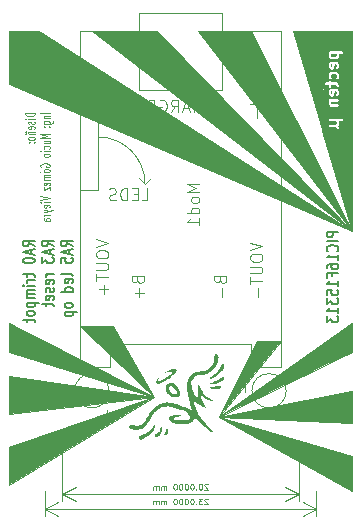
<source format=gbr>
%TF.GenerationSoftware,KiCad,Pcbnew,8.0.5*%
%TF.CreationDate,2025-02-27T19:04:08-06:00*%
%TF.ProjectId,PIC16F15313tht,50494331-3646-4313-9533-31337468742e,rev?*%
%TF.SameCoordinates,Original*%
%TF.FileFunction,Legend,Bot*%
%TF.FilePolarity,Positive*%
%FSLAX46Y46*%
G04 Gerber Fmt 4.6, Leading zero omitted, Abs format (unit mm)*
G04 Created by KiCad (PCBNEW 8.0.5) date 2025-02-27 19:04:08*
%MOMM*%
%LPD*%
G01*
G04 APERTURE LIST*
%ADD10C,0.100000*%
%ADD11C,0.200000*%
%ADD12C,0.160000*%
%ADD13C,0.000000*%
%ADD14C,0.120000*%
G04 APERTURE END LIST*
D10*
X114500000Y-106500000D02*
X114500000Y-109500000D01*
X103250000Y-103250000D01*
X114500000Y-106500000D01*
G36*
X114500000Y-106500000D02*
G01*
X114500000Y-109500000D01*
X103250000Y-103250000D01*
X114500000Y-106500000D01*
G37*
X97750000Y-101500000D02*
X85500000Y-103000000D01*
X85500000Y-99750000D01*
X97750000Y-101500000D01*
G36*
X97750000Y-101500000D02*
G01*
X85500000Y-103000000D01*
X85500000Y-99750000D01*
X97750000Y-101500000D01*
G37*
X103250000Y-103250000D02*
X106500000Y-96750000D01*
X108500000Y-96750000D01*
X103250000Y-103250000D01*
G36*
X103250000Y-103250000D02*
G01*
X106500000Y-96750000D01*
X108500000Y-96750000D01*
X103250000Y-103250000D01*
G37*
X114500000Y-103750000D02*
X103250000Y-103250000D01*
X114500000Y-101000000D01*
X114500000Y-103750000D01*
G36*
X114500000Y-103750000D02*
G01*
X103250000Y-103250000D01*
X114500000Y-101000000D01*
X114500000Y-103750000D01*
G37*
X114500000Y-97750000D02*
X103250000Y-103250000D01*
X114500000Y-95250000D01*
X114500000Y-97750000D01*
G36*
X114500000Y-97750000D02*
G01*
X103250000Y-103250000D01*
X114500000Y-95250000D01*
X114500000Y-97750000D01*
G37*
X97750000Y-101500000D02*
X91500000Y-95500000D01*
X94250000Y-95500000D01*
X97750000Y-101500000D01*
G36*
X97750000Y-101500000D02*
G01*
X91500000Y-95500000D01*
X94250000Y-95500000D01*
X97750000Y-101500000D01*
G37*
X85500000Y-109000000D02*
X85500000Y-105750000D01*
X97750000Y-101500000D01*
X85500000Y-109000000D01*
G36*
X85500000Y-109000000D02*
G01*
X85500000Y-105750000D01*
X97750000Y-101500000D01*
X85500000Y-109000000D01*
G37*
X97750000Y-101500000D02*
X85500000Y-97750000D01*
X85500000Y-95250000D01*
X97750000Y-101500000D01*
G36*
X97750000Y-101500000D02*
G01*
X85500000Y-97750000D01*
X85500000Y-95250000D01*
X97750000Y-101500000D01*
G37*
X114500000Y-87500000D02*
X112018460Y-79000000D01*
X112000000Y-79000000D01*
X111962796Y-78873505D01*
X112110182Y-78873505D01*
X113831807Y-78909489D01*
X113853500Y-72121369D01*
X112123154Y-72118922D01*
X112110182Y-78873505D01*
X111962796Y-78873505D01*
X109500000Y-70500000D01*
X114500000Y-70500000D01*
X114500000Y-87500000D01*
G36*
X114500000Y-87500000D02*
G01*
X112018460Y-79000000D01*
X112000000Y-79000000D01*
X111962796Y-78873505D01*
X112110182Y-78873505D01*
X113831807Y-78909489D01*
X113853500Y-72121369D01*
X112123154Y-72118922D01*
X112110182Y-78873505D01*
X111962796Y-78873505D01*
X109500000Y-70500000D01*
X114500000Y-70500000D01*
X114500000Y-87500000D01*
G37*
X114500000Y-87500000D02*
X85500000Y-75000000D01*
X85500000Y-70500000D01*
X88000000Y-70500000D01*
X114500000Y-87500000D01*
G36*
X114500000Y-87500000D02*
G01*
X85500000Y-75000000D01*
X85500000Y-70500000D01*
X88000000Y-70500000D01*
X114500000Y-87500000D01*
G37*
X114500000Y-87500000D02*
X101500000Y-70500000D01*
X106000000Y-70500000D01*
X114500000Y-87500000D01*
G36*
X114500000Y-87500000D02*
G01*
X101500000Y-70500000D01*
X106000000Y-70500000D01*
X114500000Y-87500000D01*
G37*
X114500000Y-87500000D02*
X92500000Y-70500000D01*
X98000000Y-70500000D01*
X114500000Y-87500000D01*
G36*
X114500000Y-87500000D02*
G01*
X92500000Y-70500000D01*
X98000000Y-70500000D01*
X114500000Y-87500000D01*
G37*
X87654929Y-77489265D02*
X86854929Y-77489265D01*
X86854929Y-77489265D02*
X86854929Y-77608313D01*
X86854929Y-77608313D02*
X86893024Y-77679741D01*
X86893024Y-77679741D02*
X86969214Y-77727360D01*
X86969214Y-77727360D02*
X87045405Y-77751170D01*
X87045405Y-77751170D02*
X87197786Y-77774979D01*
X87197786Y-77774979D02*
X87312072Y-77774979D01*
X87312072Y-77774979D02*
X87464453Y-77751170D01*
X87464453Y-77751170D02*
X87540643Y-77727360D01*
X87540643Y-77727360D02*
X87616834Y-77679741D01*
X87616834Y-77679741D02*
X87654929Y-77608313D01*
X87654929Y-77608313D02*
X87654929Y-77489265D01*
X87654929Y-77989265D02*
X87121595Y-77989265D01*
X86854929Y-77989265D02*
X86893024Y-77965456D01*
X86893024Y-77965456D02*
X86931119Y-77989265D01*
X86931119Y-77989265D02*
X86893024Y-78013075D01*
X86893024Y-78013075D02*
X86854929Y-77989265D01*
X86854929Y-77989265D02*
X86931119Y-77989265D01*
X87616834Y-78203551D02*
X87654929Y-78251170D01*
X87654929Y-78251170D02*
X87654929Y-78346408D01*
X87654929Y-78346408D02*
X87616834Y-78394027D01*
X87616834Y-78394027D02*
X87540643Y-78417836D01*
X87540643Y-78417836D02*
X87502548Y-78417836D01*
X87502548Y-78417836D02*
X87426357Y-78394027D01*
X87426357Y-78394027D02*
X87388262Y-78346408D01*
X87388262Y-78346408D02*
X87388262Y-78274979D01*
X87388262Y-78274979D02*
X87350167Y-78227360D01*
X87350167Y-78227360D02*
X87273976Y-78203551D01*
X87273976Y-78203551D02*
X87235881Y-78203551D01*
X87235881Y-78203551D02*
X87159691Y-78227360D01*
X87159691Y-78227360D02*
X87121595Y-78274979D01*
X87121595Y-78274979D02*
X87121595Y-78346408D01*
X87121595Y-78346408D02*
X87159691Y-78394027D01*
X87616834Y-78822598D02*
X87654929Y-78774979D01*
X87654929Y-78774979D02*
X87654929Y-78679741D01*
X87654929Y-78679741D02*
X87616834Y-78632122D01*
X87616834Y-78632122D02*
X87540643Y-78608313D01*
X87540643Y-78608313D02*
X87235881Y-78608313D01*
X87235881Y-78608313D02*
X87159691Y-78632122D01*
X87159691Y-78632122D02*
X87121595Y-78679741D01*
X87121595Y-78679741D02*
X87121595Y-78774979D01*
X87121595Y-78774979D02*
X87159691Y-78822598D01*
X87159691Y-78822598D02*
X87235881Y-78846408D01*
X87235881Y-78846408D02*
X87312072Y-78846408D01*
X87312072Y-78846408D02*
X87388262Y-78608313D01*
X87121595Y-79060693D02*
X87654929Y-79060693D01*
X87197786Y-79060693D02*
X87159691Y-79084503D01*
X87159691Y-79084503D02*
X87121595Y-79132122D01*
X87121595Y-79132122D02*
X87121595Y-79203550D01*
X87121595Y-79203550D02*
X87159691Y-79251169D01*
X87159691Y-79251169D02*
X87235881Y-79274979D01*
X87235881Y-79274979D02*
X87654929Y-79274979D01*
X86931119Y-79036884D02*
X86893024Y-79060693D01*
X86893024Y-79060693D02*
X86854929Y-79108312D01*
X86854929Y-79108312D02*
X86931119Y-79203550D01*
X86931119Y-79203550D02*
X86893024Y-79251169D01*
X86893024Y-79251169D02*
X86854929Y-79274979D01*
X87654929Y-79584503D02*
X87616834Y-79536884D01*
X87616834Y-79536884D02*
X87578738Y-79513074D01*
X87578738Y-79513074D02*
X87502548Y-79489265D01*
X87502548Y-79489265D02*
X87273976Y-79489265D01*
X87273976Y-79489265D02*
X87197786Y-79513074D01*
X87197786Y-79513074D02*
X87159691Y-79536884D01*
X87159691Y-79536884D02*
X87121595Y-79584503D01*
X87121595Y-79584503D02*
X87121595Y-79655931D01*
X87121595Y-79655931D02*
X87159691Y-79703550D01*
X87159691Y-79703550D02*
X87197786Y-79727360D01*
X87197786Y-79727360D02*
X87273976Y-79751169D01*
X87273976Y-79751169D02*
X87502548Y-79751169D01*
X87502548Y-79751169D02*
X87578738Y-79727360D01*
X87578738Y-79727360D02*
X87616834Y-79703550D01*
X87616834Y-79703550D02*
X87654929Y-79655931D01*
X87654929Y-79655931D02*
X87654929Y-79584503D01*
X87578738Y-79965455D02*
X87616834Y-79989265D01*
X87616834Y-79989265D02*
X87654929Y-79965455D01*
X87654929Y-79965455D02*
X87616834Y-79941646D01*
X87616834Y-79941646D02*
X87578738Y-79965455D01*
X87578738Y-79965455D02*
X87654929Y-79965455D01*
X87159691Y-79965455D02*
X87197786Y-79989265D01*
X87197786Y-79989265D02*
X87235881Y-79965455D01*
X87235881Y-79965455D02*
X87197786Y-79941646D01*
X87197786Y-79941646D02*
X87159691Y-79965455D01*
X87159691Y-79965455D02*
X87235881Y-79965455D01*
X88942884Y-77489265D02*
X88142884Y-77489265D01*
X88409550Y-77727360D02*
X88942884Y-77727360D01*
X88485741Y-77727360D02*
X88447646Y-77751170D01*
X88447646Y-77751170D02*
X88409550Y-77798789D01*
X88409550Y-77798789D02*
X88409550Y-77870217D01*
X88409550Y-77870217D02*
X88447646Y-77917836D01*
X88447646Y-77917836D02*
X88523836Y-77941646D01*
X88523836Y-77941646D02*
X88942884Y-77941646D01*
X88409550Y-78394027D02*
X89057169Y-78394027D01*
X89057169Y-78394027D02*
X89133360Y-78370217D01*
X89133360Y-78370217D02*
X89171455Y-78346408D01*
X89171455Y-78346408D02*
X89209550Y-78298789D01*
X89209550Y-78298789D02*
X89209550Y-78227360D01*
X89209550Y-78227360D02*
X89171455Y-78179741D01*
X88904789Y-78394027D02*
X88942884Y-78346408D01*
X88942884Y-78346408D02*
X88942884Y-78251170D01*
X88942884Y-78251170D02*
X88904789Y-78203551D01*
X88904789Y-78203551D02*
X88866693Y-78179741D01*
X88866693Y-78179741D02*
X88790503Y-78155932D01*
X88790503Y-78155932D02*
X88561931Y-78155932D01*
X88561931Y-78155932D02*
X88485741Y-78179741D01*
X88485741Y-78179741D02*
X88447646Y-78203551D01*
X88447646Y-78203551D02*
X88409550Y-78251170D01*
X88409550Y-78251170D02*
X88409550Y-78346408D01*
X88409550Y-78346408D02*
X88447646Y-78394027D01*
X88866693Y-78632122D02*
X88904789Y-78655932D01*
X88904789Y-78655932D02*
X88942884Y-78632122D01*
X88942884Y-78632122D02*
X88904789Y-78608313D01*
X88904789Y-78608313D02*
X88866693Y-78632122D01*
X88866693Y-78632122D02*
X88942884Y-78632122D01*
X88447646Y-78632122D02*
X88485741Y-78655932D01*
X88485741Y-78655932D02*
X88523836Y-78632122D01*
X88523836Y-78632122D02*
X88485741Y-78608313D01*
X88485741Y-78608313D02*
X88447646Y-78632122D01*
X88447646Y-78632122D02*
X88523836Y-78632122D01*
X88942884Y-79251169D02*
X88142884Y-79251169D01*
X88142884Y-79251169D02*
X88714312Y-79417836D01*
X88714312Y-79417836D02*
X88142884Y-79584502D01*
X88142884Y-79584502D02*
X88942884Y-79584502D01*
X88409550Y-80036884D02*
X88942884Y-80036884D01*
X88409550Y-79822598D02*
X88828598Y-79822598D01*
X88828598Y-79822598D02*
X88904789Y-79846408D01*
X88904789Y-79846408D02*
X88942884Y-79894027D01*
X88942884Y-79894027D02*
X88942884Y-79965455D01*
X88942884Y-79965455D02*
X88904789Y-80013074D01*
X88904789Y-80013074D02*
X88866693Y-80036884D01*
X88904789Y-80489265D02*
X88942884Y-80441646D01*
X88942884Y-80441646D02*
X88942884Y-80346408D01*
X88942884Y-80346408D02*
X88904789Y-80298789D01*
X88904789Y-80298789D02*
X88866693Y-80274979D01*
X88866693Y-80274979D02*
X88790503Y-80251170D01*
X88790503Y-80251170D02*
X88561931Y-80251170D01*
X88561931Y-80251170D02*
X88485741Y-80274979D01*
X88485741Y-80274979D02*
X88447646Y-80298789D01*
X88447646Y-80298789D02*
X88409550Y-80346408D01*
X88409550Y-80346408D02*
X88409550Y-80441646D01*
X88409550Y-80441646D02*
X88447646Y-80489265D01*
X88942884Y-80703550D02*
X88409550Y-80703550D01*
X88142884Y-80703550D02*
X88180979Y-80679741D01*
X88180979Y-80679741D02*
X88219074Y-80703550D01*
X88219074Y-80703550D02*
X88180979Y-80727360D01*
X88180979Y-80727360D02*
X88142884Y-80703550D01*
X88142884Y-80703550D02*
X88219074Y-80703550D01*
X88942884Y-81013074D02*
X88904789Y-80965455D01*
X88904789Y-80965455D02*
X88866693Y-80941645D01*
X88866693Y-80941645D02*
X88790503Y-80917836D01*
X88790503Y-80917836D02*
X88561931Y-80917836D01*
X88561931Y-80917836D02*
X88485741Y-80941645D01*
X88485741Y-80941645D02*
X88447646Y-80965455D01*
X88447646Y-80965455D02*
X88409550Y-81013074D01*
X88409550Y-81013074D02*
X88409550Y-81084502D01*
X88409550Y-81084502D02*
X88447646Y-81132121D01*
X88447646Y-81132121D02*
X88485741Y-81155931D01*
X88485741Y-81155931D02*
X88561931Y-81179740D01*
X88561931Y-81179740D02*
X88790503Y-81179740D01*
X88790503Y-81179740D02*
X88866693Y-81155931D01*
X88866693Y-81155931D02*
X88904789Y-81132121D01*
X88904789Y-81132121D02*
X88942884Y-81084502D01*
X88942884Y-81084502D02*
X88942884Y-81013074D01*
X88180979Y-82036883D02*
X88142884Y-81989264D01*
X88142884Y-81989264D02*
X88142884Y-81917835D01*
X88142884Y-81917835D02*
X88180979Y-81846407D01*
X88180979Y-81846407D02*
X88257169Y-81798788D01*
X88257169Y-81798788D02*
X88333360Y-81774978D01*
X88333360Y-81774978D02*
X88485741Y-81751169D01*
X88485741Y-81751169D02*
X88600027Y-81751169D01*
X88600027Y-81751169D02*
X88752408Y-81774978D01*
X88752408Y-81774978D02*
X88828598Y-81798788D01*
X88828598Y-81798788D02*
X88904789Y-81846407D01*
X88904789Y-81846407D02*
X88942884Y-81917835D01*
X88942884Y-81917835D02*
X88942884Y-81965454D01*
X88942884Y-81965454D02*
X88904789Y-82036883D01*
X88904789Y-82036883D02*
X88866693Y-82060692D01*
X88866693Y-82060692D02*
X88600027Y-82060692D01*
X88600027Y-82060692D02*
X88600027Y-81965454D01*
X88942884Y-82346407D02*
X88904789Y-82298788D01*
X88904789Y-82298788D02*
X88866693Y-82274978D01*
X88866693Y-82274978D02*
X88790503Y-82251169D01*
X88790503Y-82251169D02*
X88561931Y-82251169D01*
X88561931Y-82251169D02*
X88485741Y-82274978D01*
X88485741Y-82274978D02*
X88447646Y-82298788D01*
X88447646Y-82298788D02*
X88409550Y-82346407D01*
X88409550Y-82346407D02*
X88409550Y-82417835D01*
X88409550Y-82417835D02*
X88447646Y-82465454D01*
X88447646Y-82465454D02*
X88485741Y-82489264D01*
X88485741Y-82489264D02*
X88561931Y-82513073D01*
X88561931Y-82513073D02*
X88790503Y-82513073D01*
X88790503Y-82513073D02*
X88866693Y-82489264D01*
X88866693Y-82489264D02*
X88904789Y-82465454D01*
X88904789Y-82465454D02*
X88942884Y-82417835D01*
X88942884Y-82417835D02*
X88942884Y-82346407D01*
X88104789Y-82441645D02*
X88219074Y-82370216D01*
X88942884Y-82727359D02*
X88409550Y-82727359D01*
X88485741Y-82727359D02*
X88447646Y-82751169D01*
X88447646Y-82751169D02*
X88409550Y-82798788D01*
X88409550Y-82798788D02*
X88409550Y-82870216D01*
X88409550Y-82870216D02*
X88447646Y-82917835D01*
X88447646Y-82917835D02*
X88523836Y-82941645D01*
X88523836Y-82941645D02*
X88942884Y-82941645D01*
X88523836Y-82941645D02*
X88447646Y-82965454D01*
X88447646Y-82965454D02*
X88409550Y-83013073D01*
X88409550Y-83013073D02*
X88409550Y-83084502D01*
X88409550Y-83084502D02*
X88447646Y-83132121D01*
X88447646Y-83132121D02*
X88523836Y-83155931D01*
X88523836Y-83155931D02*
X88942884Y-83155931D01*
X88904789Y-83584502D02*
X88942884Y-83536883D01*
X88942884Y-83536883D02*
X88942884Y-83441645D01*
X88942884Y-83441645D02*
X88904789Y-83394026D01*
X88904789Y-83394026D02*
X88828598Y-83370217D01*
X88828598Y-83370217D02*
X88523836Y-83370217D01*
X88523836Y-83370217D02*
X88447646Y-83394026D01*
X88447646Y-83394026D02*
X88409550Y-83441645D01*
X88409550Y-83441645D02*
X88409550Y-83536883D01*
X88409550Y-83536883D02*
X88447646Y-83584502D01*
X88447646Y-83584502D02*
X88523836Y-83608312D01*
X88523836Y-83608312D02*
X88600027Y-83608312D01*
X88600027Y-83608312D02*
X88676217Y-83370217D01*
X88409550Y-83774978D02*
X88409550Y-84036883D01*
X88409550Y-84036883D02*
X88942884Y-83774978D01*
X88942884Y-83774978D02*
X88942884Y-84036883D01*
X88142884Y-84536883D02*
X88942884Y-84703549D01*
X88942884Y-84703549D02*
X88142884Y-84870216D01*
X88942884Y-85036882D02*
X88409550Y-85036882D01*
X88142884Y-85036882D02*
X88180979Y-85013073D01*
X88180979Y-85013073D02*
X88219074Y-85036882D01*
X88219074Y-85036882D02*
X88180979Y-85060692D01*
X88180979Y-85060692D02*
X88142884Y-85036882D01*
X88142884Y-85036882D02*
X88219074Y-85036882D01*
X88904789Y-85465453D02*
X88942884Y-85417834D01*
X88942884Y-85417834D02*
X88942884Y-85322596D01*
X88942884Y-85322596D02*
X88904789Y-85274977D01*
X88904789Y-85274977D02*
X88828598Y-85251168D01*
X88828598Y-85251168D02*
X88523836Y-85251168D01*
X88523836Y-85251168D02*
X88447646Y-85274977D01*
X88447646Y-85274977D02*
X88409550Y-85322596D01*
X88409550Y-85322596D02*
X88409550Y-85417834D01*
X88409550Y-85417834D02*
X88447646Y-85465453D01*
X88447646Y-85465453D02*
X88523836Y-85489263D01*
X88523836Y-85489263D02*
X88600027Y-85489263D01*
X88600027Y-85489263D02*
X88676217Y-85251168D01*
X88409550Y-85655929D02*
X88942884Y-85774977D01*
X88409550Y-85894024D02*
X88942884Y-85774977D01*
X88942884Y-85774977D02*
X89133360Y-85727358D01*
X89133360Y-85727358D02*
X89171455Y-85703548D01*
X89171455Y-85703548D02*
X89209550Y-85655929D01*
X88942884Y-86084500D02*
X88409550Y-86084500D01*
X88561931Y-86084500D02*
X88485741Y-86108310D01*
X88485741Y-86108310D02*
X88447646Y-86132119D01*
X88447646Y-86132119D02*
X88409550Y-86179738D01*
X88409550Y-86179738D02*
X88409550Y-86227357D01*
X88942884Y-86608310D02*
X88523836Y-86608310D01*
X88523836Y-86608310D02*
X88447646Y-86584500D01*
X88447646Y-86584500D02*
X88409550Y-86536881D01*
X88409550Y-86536881D02*
X88409550Y-86441643D01*
X88409550Y-86441643D02*
X88447646Y-86394024D01*
X88904789Y-86608310D02*
X88942884Y-86560691D01*
X88942884Y-86560691D02*
X88942884Y-86441643D01*
X88942884Y-86441643D02*
X88904789Y-86394024D01*
X88904789Y-86394024D02*
X88828598Y-86370215D01*
X88828598Y-86370215D02*
X88752408Y-86370215D01*
X88752408Y-86370215D02*
X88676217Y-86394024D01*
X88676217Y-86394024D02*
X88638122Y-86441643D01*
X88638122Y-86441643D02*
X88638122Y-86560691D01*
X88638122Y-86560691D02*
X88600027Y-86608310D01*
D11*
G36*
X112815850Y-75884016D02*
G01*
X112780950Y-75866566D01*
X112758795Y-75822256D01*
X112758795Y-75678995D01*
X112780950Y-75634685D01*
X112825259Y-75612531D01*
X112870148Y-75612531D01*
X112815850Y-75884016D01*
G37*
G36*
X112815850Y-73598301D02*
G01*
X112780950Y-73580851D01*
X112758795Y-73536541D01*
X112758795Y-73393280D01*
X112780950Y-73348970D01*
X112825259Y-73326816D01*
X112870148Y-73326816D01*
X112815850Y-73598301D01*
G37*
G36*
X113225462Y-72488518D02*
G01*
X113225462Y-72631780D01*
X113195657Y-72691389D01*
X113170989Y-72716056D01*
X113111378Y-72745863D01*
X112872878Y-72745863D01*
X112813268Y-72716058D01*
X112788600Y-72691389D01*
X112758795Y-72631779D01*
X112758795Y-72488518D01*
X112768218Y-72469673D01*
X113216039Y-72469673D01*
X113225462Y-72488518D01*
G37*
G36*
X113867985Y-78913332D02*
G01*
X112116272Y-78913332D01*
X112116272Y-78064451D01*
X112560716Y-78064451D01*
X112560716Y-78103469D01*
X112575648Y-78139517D01*
X112603238Y-78167107D01*
X112639286Y-78182039D01*
X112658795Y-78183960D01*
X113158997Y-78183960D01*
X113203307Y-78206114D01*
X113225462Y-78250424D01*
X113225462Y-78393686D01*
X113203307Y-78437995D01*
X113158997Y-78460150D01*
X112658795Y-78460150D01*
X112639286Y-78462071D01*
X112603238Y-78477003D01*
X112575648Y-78504593D01*
X112560716Y-78540641D01*
X112560716Y-78579659D01*
X112575648Y-78615707D01*
X112603238Y-78643297D01*
X112639286Y-78658229D01*
X112658795Y-78660150D01*
X113158997Y-78660150D01*
X113203307Y-78682304D01*
X113236019Y-78747728D01*
X113246462Y-78764318D01*
X113275939Y-78789883D01*
X113312955Y-78802221D01*
X113351875Y-78799456D01*
X113386773Y-78782007D01*
X113412338Y-78752530D01*
X113424677Y-78715514D01*
X113421911Y-78676594D01*
X113414905Y-78658285D01*
X113367286Y-78563048D01*
X113365461Y-78560150D01*
X113367286Y-78557252D01*
X113414905Y-78462015D01*
X113421911Y-78443706D01*
X113422165Y-78440122D01*
X113423541Y-78436802D01*
X113425462Y-78417293D01*
X113425462Y-78226817D01*
X113423541Y-78207308D01*
X113422165Y-78203987D01*
X113421911Y-78200404D01*
X113415619Y-78183960D01*
X113658795Y-78183960D01*
X113678304Y-78182039D01*
X113714352Y-78167107D01*
X113741942Y-78139517D01*
X113756874Y-78103469D01*
X113756874Y-78064451D01*
X113741942Y-78028403D01*
X113714352Y-78000813D01*
X113678304Y-77985881D01*
X113658795Y-77983960D01*
X112658795Y-77983960D01*
X112639286Y-77985881D01*
X112603238Y-78000813D01*
X112575648Y-78028403D01*
X112560716Y-78064451D01*
X112116272Y-78064451D01*
X112116272Y-76560150D01*
X112558795Y-76560150D01*
X112558795Y-76703007D01*
X112560716Y-76722516D01*
X112562091Y-76725836D01*
X112562346Y-76729420D01*
X112569352Y-76747728D01*
X112616971Y-76842966D01*
X112619024Y-76846229D01*
X112619538Y-76847768D01*
X112621200Y-76849684D01*
X112627414Y-76859556D01*
X112636884Y-76867769D01*
X112645102Y-76877245D01*
X112654975Y-76883459D01*
X112656891Y-76885121D01*
X112658429Y-76885633D01*
X112661693Y-76887688D01*
X112756930Y-76935307D01*
X112775239Y-76942313D01*
X112778822Y-76942567D01*
X112782143Y-76943943D01*
X112801652Y-76945864D01*
X113325462Y-76945864D01*
X113344971Y-76943943D01*
X113381019Y-76929011D01*
X113408609Y-76901421D01*
X113423541Y-76865373D01*
X113423541Y-76826355D01*
X113408609Y-76790307D01*
X113381019Y-76762717D01*
X113344971Y-76747785D01*
X113325462Y-76745864D01*
X112825259Y-76745864D01*
X112780950Y-76723709D01*
X112758795Y-76679399D01*
X112758795Y-76583757D01*
X112788600Y-76524147D01*
X112795455Y-76517293D01*
X113325462Y-76517293D01*
X113344971Y-76515372D01*
X113381019Y-76500440D01*
X113408609Y-76472850D01*
X113423541Y-76436802D01*
X113423541Y-76397784D01*
X113408609Y-76361736D01*
X113381019Y-76334146D01*
X113344971Y-76319214D01*
X113325462Y-76317293D01*
X112658795Y-76317293D01*
X112639286Y-76319214D01*
X112603238Y-76334146D01*
X112575648Y-76361736D01*
X112560716Y-76397784D01*
X112560716Y-76436802D01*
X112575648Y-76472850D01*
X112585643Y-76482845D01*
X112569352Y-76515429D01*
X112562346Y-76533737D01*
X112562091Y-76537320D01*
X112560716Y-76540641D01*
X112558795Y-76560150D01*
X112116272Y-76560150D01*
X112116272Y-75655388D01*
X112558795Y-75655388D01*
X112558795Y-75845864D01*
X112560716Y-75865373D01*
X112562091Y-75868693D01*
X112562346Y-75872277D01*
X112569352Y-75890585D01*
X112616971Y-75985823D01*
X112619024Y-75989086D01*
X112619538Y-75990625D01*
X112621200Y-75992541D01*
X112627414Y-76002413D01*
X112636884Y-76010626D01*
X112645102Y-76020102D01*
X112654975Y-76026316D01*
X112656891Y-76027978D01*
X112658429Y-76028490D01*
X112661693Y-76030545D01*
X112756930Y-76078164D01*
X112775239Y-76085170D01*
X112778822Y-76085424D01*
X112782143Y-76086800D01*
X112801652Y-76088721D01*
X112896785Y-76088721D01*
X112896890Y-76088721D01*
X112916399Y-76086800D01*
X112925451Y-76083050D01*
X112935062Y-76081149D01*
X112943300Y-76075656D01*
X112952447Y-76071868D01*
X112959373Y-76064941D01*
X112967527Y-76059506D01*
X112973037Y-76051277D01*
X112980037Y-76044278D01*
X112983786Y-76035226D01*
X112989238Y-76027086D01*
X112994948Y-76008333D01*
X113074108Y-75612531D01*
X113158997Y-75612531D01*
X113203307Y-75634685D01*
X113225462Y-75678995D01*
X113225462Y-75822257D01*
X113188400Y-75896381D01*
X113181394Y-75914689D01*
X113178628Y-75953609D01*
X113190967Y-75990625D01*
X113216531Y-76020102D01*
X113251430Y-76037551D01*
X113290350Y-76040317D01*
X113327366Y-76027978D01*
X113356843Y-76002414D01*
X113367286Y-75985823D01*
X113414905Y-75890586D01*
X113421911Y-75872277D01*
X113422165Y-75868693D01*
X113423541Y-75865373D01*
X113425462Y-75845864D01*
X113425462Y-75655388D01*
X113423541Y-75635879D01*
X113422165Y-75632558D01*
X113421911Y-75628975D01*
X113414905Y-75610666D01*
X113367286Y-75515429D01*
X113365232Y-75512166D01*
X113364719Y-75510626D01*
X113363055Y-75508708D01*
X113356843Y-75498838D01*
X113347368Y-75490621D01*
X113339154Y-75481150D01*
X113329282Y-75474936D01*
X113327366Y-75473274D01*
X113325827Y-75472760D01*
X113322564Y-75470707D01*
X113227325Y-75423088D01*
X113209016Y-75416082D01*
X113205433Y-75415827D01*
X113202113Y-75414452D01*
X113182604Y-75412531D01*
X112801652Y-75412531D01*
X112782143Y-75414452D01*
X112778822Y-75415827D01*
X112775239Y-75416082D01*
X112756930Y-75423088D01*
X112661693Y-75470707D01*
X112658429Y-75472761D01*
X112656891Y-75473274D01*
X112654975Y-75474935D01*
X112645102Y-75481150D01*
X112636884Y-75490625D01*
X112627414Y-75498839D01*
X112621200Y-75508710D01*
X112619538Y-75510627D01*
X112619024Y-75512165D01*
X112616971Y-75515429D01*
X112569352Y-75610667D01*
X112562346Y-75628975D01*
X112562091Y-75632558D01*
X112560716Y-75635879D01*
X112558795Y-75655388D01*
X112116272Y-75655388D01*
X112116272Y-74969212D01*
X112227383Y-74969212D01*
X112227383Y-75008230D01*
X112242315Y-75044278D01*
X112269905Y-75071868D01*
X112305953Y-75086800D01*
X112325462Y-75088721D01*
X112558795Y-75088721D01*
X112558795Y-75226816D01*
X112560716Y-75246325D01*
X112575648Y-75282373D01*
X112603238Y-75309963D01*
X112639286Y-75324895D01*
X112678304Y-75324895D01*
X112714352Y-75309963D01*
X112741942Y-75282373D01*
X112756874Y-75246325D01*
X112758795Y-75226816D01*
X112758795Y-75088721D01*
X113158997Y-75088721D01*
X113203307Y-75110875D01*
X113225462Y-75155185D01*
X113225462Y-75226816D01*
X113227383Y-75246325D01*
X113242315Y-75282373D01*
X113269905Y-75309963D01*
X113305953Y-75324895D01*
X113344971Y-75324895D01*
X113381019Y-75309963D01*
X113408609Y-75282373D01*
X113423541Y-75246325D01*
X113425462Y-75226816D01*
X113425462Y-75131578D01*
X113423541Y-75112069D01*
X113422165Y-75108748D01*
X113421911Y-75105165D01*
X113414905Y-75086856D01*
X113367286Y-74991619D01*
X113365232Y-74988356D01*
X113364719Y-74986816D01*
X113363055Y-74984898D01*
X113356843Y-74975028D01*
X113347368Y-74966811D01*
X113339154Y-74957340D01*
X113329282Y-74951126D01*
X113327366Y-74949464D01*
X113325827Y-74948950D01*
X113322564Y-74946897D01*
X113227325Y-74899278D01*
X113209016Y-74892272D01*
X113205433Y-74892017D01*
X113202113Y-74890642D01*
X113182604Y-74888721D01*
X112758795Y-74888721D01*
X112758795Y-74845864D01*
X112756874Y-74826355D01*
X112741942Y-74790307D01*
X112714352Y-74762717D01*
X112678304Y-74747785D01*
X112639286Y-74747785D01*
X112603238Y-74762717D01*
X112575648Y-74790307D01*
X112560716Y-74826355D01*
X112558795Y-74845864D01*
X112558795Y-74888721D01*
X112325462Y-74888721D01*
X112305953Y-74890642D01*
X112269905Y-74905574D01*
X112242315Y-74933164D01*
X112227383Y-74969212D01*
X112116272Y-74969212D01*
X112116272Y-74274435D01*
X112558795Y-74274435D01*
X112558795Y-74464911D01*
X112560716Y-74484420D01*
X112562091Y-74487740D01*
X112562346Y-74491324D01*
X112569352Y-74509632D01*
X112616971Y-74604870D01*
X112627414Y-74621460D01*
X112656891Y-74647025D01*
X112693907Y-74659363D01*
X112732827Y-74656598D01*
X112767725Y-74639149D01*
X112793290Y-74609672D01*
X112805629Y-74572656D01*
X112802863Y-74533736D01*
X112795857Y-74515427D01*
X112758795Y-74441303D01*
X112758795Y-74298042D01*
X112788600Y-74238432D01*
X112813268Y-74213763D01*
X112872878Y-74183959D01*
X113111378Y-74183959D01*
X113170989Y-74213765D01*
X113195657Y-74238432D01*
X113225462Y-74298042D01*
X113225462Y-74441304D01*
X113188400Y-74515428D01*
X113181394Y-74533736D01*
X113178628Y-74572656D01*
X113190967Y-74609672D01*
X113216531Y-74639149D01*
X113251430Y-74656598D01*
X113290350Y-74659364D01*
X113327366Y-74647025D01*
X113356843Y-74621461D01*
X113367286Y-74604870D01*
X113414905Y-74509633D01*
X113421911Y-74491324D01*
X113422165Y-74487740D01*
X113423541Y-74484420D01*
X113425462Y-74464911D01*
X113425462Y-74274435D01*
X113423541Y-74254926D01*
X113422165Y-74251605D01*
X113421911Y-74248022D01*
X113414905Y-74229713D01*
X113367286Y-74134476D01*
X113362000Y-74126079D01*
X113360990Y-74123639D01*
X113358736Y-74120893D01*
X113356843Y-74117885D01*
X113354846Y-74116153D01*
X113348553Y-74108485D01*
X113300933Y-74060867D01*
X113293263Y-74054572D01*
X113291534Y-74052578D01*
X113288529Y-74050686D01*
X113285780Y-74048430D01*
X113283336Y-74047418D01*
X113274944Y-74042135D01*
X113179706Y-73994516D01*
X113161398Y-73987510D01*
X113157814Y-73987255D01*
X113154494Y-73985880D01*
X113134985Y-73983959D01*
X112849271Y-73983959D01*
X112829762Y-73985880D01*
X112826441Y-73987255D01*
X112822858Y-73987510D01*
X112804549Y-73994516D01*
X112709312Y-74042135D01*
X112700915Y-74047420D01*
X112698475Y-74048431D01*
X112695729Y-74050684D01*
X112692721Y-74052578D01*
X112690988Y-74054575D01*
X112683322Y-74060868D01*
X112635703Y-74108486D01*
X112629408Y-74116156D01*
X112627414Y-74117886D01*
X112625520Y-74120893D01*
X112623267Y-74123640D01*
X112622256Y-74126079D01*
X112616971Y-74134476D01*
X112569352Y-74229714D01*
X112562346Y-74248022D01*
X112562091Y-74251605D01*
X112560716Y-74254926D01*
X112558795Y-74274435D01*
X112116272Y-74274435D01*
X112116272Y-73369673D01*
X112558795Y-73369673D01*
X112558795Y-73560149D01*
X112560716Y-73579658D01*
X112562091Y-73582978D01*
X112562346Y-73586562D01*
X112569352Y-73604870D01*
X112616971Y-73700108D01*
X112619024Y-73703371D01*
X112619538Y-73704910D01*
X112621200Y-73706826D01*
X112627414Y-73716698D01*
X112636884Y-73724911D01*
X112645102Y-73734387D01*
X112654975Y-73740601D01*
X112656891Y-73742263D01*
X112658429Y-73742775D01*
X112661693Y-73744830D01*
X112756930Y-73792449D01*
X112775239Y-73799455D01*
X112778822Y-73799709D01*
X112782143Y-73801085D01*
X112801652Y-73803006D01*
X112896785Y-73803006D01*
X112896890Y-73803006D01*
X112916399Y-73801085D01*
X112925451Y-73797335D01*
X112935062Y-73795434D01*
X112943300Y-73789941D01*
X112952447Y-73786153D01*
X112959373Y-73779226D01*
X112967527Y-73773791D01*
X112973037Y-73765562D01*
X112980037Y-73758563D01*
X112983786Y-73749511D01*
X112989238Y-73741371D01*
X112994948Y-73722618D01*
X113074108Y-73326816D01*
X113158997Y-73326816D01*
X113203307Y-73348970D01*
X113225462Y-73393280D01*
X113225462Y-73536542D01*
X113188400Y-73610666D01*
X113181394Y-73628974D01*
X113178628Y-73667894D01*
X113190967Y-73704910D01*
X113216531Y-73734387D01*
X113251430Y-73751836D01*
X113290350Y-73754602D01*
X113327366Y-73742263D01*
X113356843Y-73716699D01*
X113367286Y-73700108D01*
X113414905Y-73604871D01*
X113421911Y-73586562D01*
X113422165Y-73582978D01*
X113423541Y-73579658D01*
X113425462Y-73560149D01*
X113425462Y-73369673D01*
X113423541Y-73350164D01*
X113422165Y-73346843D01*
X113421911Y-73343260D01*
X113414905Y-73324951D01*
X113367286Y-73229714D01*
X113365232Y-73226451D01*
X113364719Y-73224911D01*
X113363055Y-73222993D01*
X113356843Y-73213123D01*
X113347368Y-73204906D01*
X113339154Y-73195435D01*
X113329282Y-73189221D01*
X113327366Y-73187559D01*
X113325827Y-73187045D01*
X113322564Y-73184992D01*
X113227325Y-73137373D01*
X113209016Y-73130367D01*
X113205433Y-73130112D01*
X113202113Y-73128737D01*
X113182604Y-73126816D01*
X112801652Y-73126816D01*
X112782143Y-73128737D01*
X112778822Y-73130112D01*
X112775239Y-73130367D01*
X112756930Y-73137373D01*
X112661693Y-73184992D01*
X112658429Y-73187046D01*
X112656891Y-73187559D01*
X112654975Y-73189220D01*
X112645102Y-73195435D01*
X112636884Y-73204910D01*
X112627414Y-73213124D01*
X112621200Y-73222995D01*
X112619538Y-73224912D01*
X112619024Y-73226450D01*
X112616971Y-73229714D01*
X112569352Y-73324952D01*
X112562346Y-73343260D01*
X112562091Y-73346843D01*
X112560716Y-73350164D01*
X112558795Y-73369673D01*
X112116272Y-73369673D01*
X112116272Y-72464911D01*
X112558795Y-72464911D01*
X112558795Y-72655387D01*
X112560716Y-72674896D01*
X112562091Y-72678216D01*
X112562346Y-72681800D01*
X112569352Y-72700108D01*
X112616971Y-72795346D01*
X112622256Y-72803742D01*
X112623267Y-72806182D01*
X112625520Y-72808928D01*
X112627414Y-72811936D01*
X112629408Y-72813665D01*
X112635703Y-72821336D01*
X112683322Y-72868954D01*
X112690988Y-72875246D01*
X112692721Y-72877244D01*
X112695729Y-72879137D01*
X112698475Y-72881391D01*
X112700915Y-72882401D01*
X112709312Y-72887687D01*
X112804549Y-72935306D01*
X112822858Y-72942312D01*
X112826441Y-72942566D01*
X112829762Y-72943942D01*
X112849271Y-72945863D01*
X113134985Y-72945863D01*
X113154494Y-72943942D01*
X113157814Y-72942566D01*
X113161398Y-72942312D01*
X113179706Y-72935306D01*
X113274944Y-72887687D01*
X113283336Y-72882403D01*
X113285780Y-72881392D01*
X113288529Y-72879135D01*
X113291534Y-72877244D01*
X113293263Y-72875249D01*
X113300933Y-72868955D01*
X113348553Y-72821337D01*
X113354846Y-72813668D01*
X113356843Y-72811937D01*
X113358736Y-72808928D01*
X113360990Y-72806183D01*
X113362000Y-72803742D01*
X113367286Y-72795346D01*
X113414905Y-72700109D01*
X113421911Y-72681800D01*
X113422165Y-72678216D01*
X113423541Y-72674896D01*
X113425462Y-72655387D01*
X113425462Y-72469673D01*
X113658795Y-72469673D01*
X113678304Y-72467752D01*
X113714352Y-72452820D01*
X113741942Y-72425230D01*
X113756874Y-72389182D01*
X113756874Y-72350164D01*
X113741942Y-72314116D01*
X113714352Y-72286526D01*
X113678304Y-72271594D01*
X113658795Y-72269673D01*
X112658795Y-72269673D01*
X112639286Y-72271594D01*
X112603238Y-72286526D01*
X112575648Y-72314116D01*
X112560716Y-72350164D01*
X112560716Y-72389182D01*
X112571653Y-72415586D01*
X112569352Y-72420190D01*
X112562346Y-72438498D01*
X112562091Y-72442081D01*
X112560716Y-72445402D01*
X112558795Y-72464911D01*
X112116272Y-72464911D01*
X112116272Y-72158562D01*
X113867985Y-72158562D01*
X113867985Y-78913332D01*
G37*
D10*
X105491466Y-100303884D02*
X105491466Y-101065789D01*
D12*
X87649411Y-88752882D02*
X87173220Y-88486215D01*
X87649411Y-88295739D02*
X86649411Y-88295739D01*
X86649411Y-88295739D02*
X86649411Y-88600501D01*
X86649411Y-88600501D02*
X86697030Y-88676691D01*
X86697030Y-88676691D02*
X86744649Y-88714786D01*
X86744649Y-88714786D02*
X86839887Y-88752882D01*
X86839887Y-88752882D02*
X86982744Y-88752882D01*
X86982744Y-88752882D02*
X87077982Y-88714786D01*
X87077982Y-88714786D02*
X87125601Y-88676691D01*
X87125601Y-88676691D02*
X87173220Y-88600501D01*
X87173220Y-88600501D02*
X87173220Y-88295739D01*
X87363696Y-89057643D02*
X87363696Y-89438596D01*
X87649411Y-88981453D02*
X86649411Y-89248120D01*
X86649411Y-89248120D02*
X87649411Y-89514786D01*
X86649411Y-89933834D02*
X86649411Y-90010024D01*
X86649411Y-90010024D02*
X86697030Y-90086215D01*
X86697030Y-90086215D02*
X86744649Y-90124310D01*
X86744649Y-90124310D02*
X86839887Y-90162405D01*
X86839887Y-90162405D02*
X87030363Y-90200500D01*
X87030363Y-90200500D02*
X87268458Y-90200500D01*
X87268458Y-90200500D02*
X87458934Y-90162405D01*
X87458934Y-90162405D02*
X87554172Y-90124310D01*
X87554172Y-90124310D02*
X87601792Y-90086215D01*
X87601792Y-90086215D02*
X87649411Y-90010024D01*
X87649411Y-90010024D02*
X87649411Y-89933834D01*
X87649411Y-89933834D02*
X87601792Y-89857643D01*
X87601792Y-89857643D02*
X87554172Y-89819548D01*
X87554172Y-89819548D02*
X87458934Y-89781453D01*
X87458934Y-89781453D02*
X87268458Y-89743357D01*
X87268458Y-89743357D02*
X87030363Y-89743357D01*
X87030363Y-89743357D02*
X86839887Y-89781453D01*
X86839887Y-89781453D02*
X86744649Y-89819548D01*
X86744649Y-89819548D02*
X86697030Y-89857643D01*
X86697030Y-89857643D02*
X86649411Y-89933834D01*
X86982744Y-91038596D02*
X86982744Y-91343358D01*
X86649411Y-91152882D02*
X87506553Y-91152882D01*
X87506553Y-91152882D02*
X87601792Y-91190977D01*
X87601792Y-91190977D02*
X87649411Y-91267167D01*
X87649411Y-91267167D02*
X87649411Y-91343358D01*
X87649411Y-91610025D02*
X86982744Y-91610025D01*
X87173220Y-91610025D02*
X87077982Y-91648120D01*
X87077982Y-91648120D02*
X87030363Y-91686215D01*
X87030363Y-91686215D02*
X86982744Y-91762406D01*
X86982744Y-91762406D02*
X86982744Y-91838596D01*
X87649411Y-92105263D02*
X86982744Y-92105263D01*
X86649411Y-92105263D02*
X86697030Y-92067167D01*
X86697030Y-92067167D02*
X86744649Y-92105263D01*
X86744649Y-92105263D02*
X86697030Y-92143358D01*
X86697030Y-92143358D02*
X86649411Y-92105263D01*
X86649411Y-92105263D02*
X86744649Y-92105263D01*
X87649411Y-92486215D02*
X86982744Y-92486215D01*
X87077982Y-92486215D02*
X87030363Y-92524310D01*
X87030363Y-92524310D02*
X86982744Y-92600500D01*
X86982744Y-92600500D02*
X86982744Y-92714786D01*
X86982744Y-92714786D02*
X87030363Y-92790977D01*
X87030363Y-92790977D02*
X87125601Y-92829072D01*
X87125601Y-92829072D02*
X87649411Y-92829072D01*
X87125601Y-92829072D02*
X87030363Y-92867167D01*
X87030363Y-92867167D02*
X86982744Y-92943358D01*
X86982744Y-92943358D02*
X86982744Y-93057643D01*
X86982744Y-93057643D02*
X87030363Y-93133834D01*
X87030363Y-93133834D02*
X87125601Y-93171929D01*
X87125601Y-93171929D02*
X87649411Y-93171929D01*
X86982744Y-93552882D02*
X87982744Y-93552882D01*
X87030363Y-93552882D02*
X86982744Y-93629072D01*
X86982744Y-93629072D02*
X86982744Y-93781453D01*
X86982744Y-93781453D02*
X87030363Y-93857644D01*
X87030363Y-93857644D02*
X87077982Y-93895739D01*
X87077982Y-93895739D02*
X87173220Y-93933834D01*
X87173220Y-93933834D02*
X87458934Y-93933834D01*
X87458934Y-93933834D02*
X87554172Y-93895739D01*
X87554172Y-93895739D02*
X87601792Y-93857644D01*
X87601792Y-93857644D02*
X87649411Y-93781453D01*
X87649411Y-93781453D02*
X87649411Y-93629072D01*
X87649411Y-93629072D02*
X87601792Y-93552882D01*
X87649411Y-94390977D02*
X87601792Y-94314787D01*
X87601792Y-94314787D02*
X87554172Y-94276692D01*
X87554172Y-94276692D02*
X87458934Y-94238596D01*
X87458934Y-94238596D02*
X87173220Y-94238596D01*
X87173220Y-94238596D02*
X87077982Y-94276692D01*
X87077982Y-94276692D02*
X87030363Y-94314787D01*
X87030363Y-94314787D02*
X86982744Y-94390977D01*
X86982744Y-94390977D02*
X86982744Y-94505263D01*
X86982744Y-94505263D02*
X87030363Y-94581454D01*
X87030363Y-94581454D02*
X87077982Y-94619549D01*
X87077982Y-94619549D02*
X87173220Y-94657644D01*
X87173220Y-94657644D02*
X87458934Y-94657644D01*
X87458934Y-94657644D02*
X87554172Y-94619549D01*
X87554172Y-94619549D02*
X87601792Y-94581454D01*
X87601792Y-94581454D02*
X87649411Y-94505263D01*
X87649411Y-94505263D02*
X87649411Y-94390977D01*
X86982744Y-94886216D02*
X86982744Y-95190978D01*
X86649411Y-95000502D02*
X87506553Y-95000502D01*
X87506553Y-95000502D02*
X87601792Y-95038597D01*
X87601792Y-95038597D02*
X87649411Y-95114787D01*
X87649411Y-95114787D02*
X87649411Y-95190978D01*
X89259355Y-88752882D02*
X88783164Y-88486215D01*
X89259355Y-88295739D02*
X88259355Y-88295739D01*
X88259355Y-88295739D02*
X88259355Y-88600501D01*
X88259355Y-88600501D02*
X88306974Y-88676691D01*
X88306974Y-88676691D02*
X88354593Y-88714786D01*
X88354593Y-88714786D02*
X88449831Y-88752882D01*
X88449831Y-88752882D02*
X88592688Y-88752882D01*
X88592688Y-88752882D02*
X88687926Y-88714786D01*
X88687926Y-88714786D02*
X88735545Y-88676691D01*
X88735545Y-88676691D02*
X88783164Y-88600501D01*
X88783164Y-88600501D02*
X88783164Y-88295739D01*
X88973640Y-89057643D02*
X88973640Y-89438596D01*
X89259355Y-88981453D02*
X88259355Y-89248120D01*
X88259355Y-89248120D02*
X89259355Y-89514786D01*
X88259355Y-89705262D02*
X88259355Y-90200500D01*
X88259355Y-90200500D02*
X88640307Y-89933834D01*
X88640307Y-89933834D02*
X88640307Y-90048119D01*
X88640307Y-90048119D02*
X88687926Y-90124310D01*
X88687926Y-90124310D02*
X88735545Y-90162405D01*
X88735545Y-90162405D02*
X88830783Y-90200500D01*
X88830783Y-90200500D02*
X89068878Y-90200500D01*
X89068878Y-90200500D02*
X89164116Y-90162405D01*
X89164116Y-90162405D02*
X89211736Y-90124310D01*
X89211736Y-90124310D02*
X89259355Y-90048119D01*
X89259355Y-90048119D02*
X89259355Y-89819548D01*
X89259355Y-89819548D02*
X89211736Y-89743357D01*
X89211736Y-89743357D02*
X89164116Y-89705262D01*
X89259355Y-91152882D02*
X88592688Y-91152882D01*
X88783164Y-91152882D02*
X88687926Y-91190977D01*
X88687926Y-91190977D02*
X88640307Y-91229072D01*
X88640307Y-91229072D02*
X88592688Y-91305263D01*
X88592688Y-91305263D02*
X88592688Y-91381453D01*
X89211736Y-91952882D02*
X89259355Y-91876691D01*
X89259355Y-91876691D02*
X89259355Y-91724310D01*
X89259355Y-91724310D02*
X89211736Y-91648120D01*
X89211736Y-91648120D02*
X89116497Y-91610024D01*
X89116497Y-91610024D02*
X88735545Y-91610024D01*
X88735545Y-91610024D02*
X88640307Y-91648120D01*
X88640307Y-91648120D02*
X88592688Y-91724310D01*
X88592688Y-91724310D02*
X88592688Y-91876691D01*
X88592688Y-91876691D02*
X88640307Y-91952882D01*
X88640307Y-91952882D02*
X88735545Y-91990977D01*
X88735545Y-91990977D02*
X88830783Y-91990977D01*
X88830783Y-91990977D02*
X88926021Y-91610024D01*
X89211736Y-92295738D02*
X89259355Y-92371929D01*
X89259355Y-92371929D02*
X89259355Y-92524310D01*
X89259355Y-92524310D02*
X89211736Y-92600500D01*
X89211736Y-92600500D02*
X89116497Y-92638596D01*
X89116497Y-92638596D02*
X89068878Y-92638596D01*
X89068878Y-92638596D02*
X88973640Y-92600500D01*
X88973640Y-92600500D02*
X88926021Y-92524310D01*
X88926021Y-92524310D02*
X88926021Y-92410024D01*
X88926021Y-92410024D02*
X88878402Y-92333834D01*
X88878402Y-92333834D02*
X88783164Y-92295738D01*
X88783164Y-92295738D02*
X88735545Y-92295738D01*
X88735545Y-92295738D02*
X88640307Y-92333834D01*
X88640307Y-92333834D02*
X88592688Y-92410024D01*
X88592688Y-92410024D02*
X88592688Y-92524310D01*
X88592688Y-92524310D02*
X88640307Y-92600500D01*
X89211736Y-93286215D02*
X89259355Y-93210024D01*
X89259355Y-93210024D02*
X89259355Y-93057643D01*
X89259355Y-93057643D02*
X89211736Y-92981453D01*
X89211736Y-92981453D02*
X89116497Y-92943357D01*
X89116497Y-92943357D02*
X88735545Y-92943357D01*
X88735545Y-92943357D02*
X88640307Y-92981453D01*
X88640307Y-92981453D02*
X88592688Y-93057643D01*
X88592688Y-93057643D02*
X88592688Y-93210024D01*
X88592688Y-93210024D02*
X88640307Y-93286215D01*
X88640307Y-93286215D02*
X88735545Y-93324310D01*
X88735545Y-93324310D02*
X88830783Y-93324310D01*
X88830783Y-93324310D02*
X88926021Y-92943357D01*
X88592688Y-93552881D02*
X88592688Y-93857643D01*
X88259355Y-93667167D02*
X89116497Y-93667167D01*
X89116497Y-93667167D02*
X89211736Y-93705262D01*
X89211736Y-93705262D02*
X89259355Y-93781452D01*
X89259355Y-93781452D02*
X89259355Y-93857643D01*
X90869299Y-88752882D02*
X90393108Y-88486215D01*
X90869299Y-88295739D02*
X89869299Y-88295739D01*
X89869299Y-88295739D02*
X89869299Y-88600501D01*
X89869299Y-88600501D02*
X89916918Y-88676691D01*
X89916918Y-88676691D02*
X89964537Y-88714786D01*
X89964537Y-88714786D02*
X90059775Y-88752882D01*
X90059775Y-88752882D02*
X90202632Y-88752882D01*
X90202632Y-88752882D02*
X90297870Y-88714786D01*
X90297870Y-88714786D02*
X90345489Y-88676691D01*
X90345489Y-88676691D02*
X90393108Y-88600501D01*
X90393108Y-88600501D02*
X90393108Y-88295739D01*
X90583584Y-89057643D02*
X90583584Y-89438596D01*
X90869299Y-88981453D02*
X89869299Y-89248120D01*
X89869299Y-89248120D02*
X90869299Y-89514786D01*
X89869299Y-90162405D02*
X89869299Y-89781453D01*
X89869299Y-89781453D02*
X90345489Y-89743357D01*
X90345489Y-89743357D02*
X90297870Y-89781453D01*
X90297870Y-89781453D02*
X90250251Y-89857643D01*
X90250251Y-89857643D02*
X90250251Y-90048119D01*
X90250251Y-90048119D02*
X90297870Y-90124310D01*
X90297870Y-90124310D02*
X90345489Y-90162405D01*
X90345489Y-90162405D02*
X90440727Y-90200500D01*
X90440727Y-90200500D02*
X90678822Y-90200500D01*
X90678822Y-90200500D02*
X90774060Y-90162405D01*
X90774060Y-90162405D02*
X90821680Y-90124310D01*
X90821680Y-90124310D02*
X90869299Y-90048119D01*
X90869299Y-90048119D02*
X90869299Y-89857643D01*
X90869299Y-89857643D02*
X90821680Y-89781453D01*
X90821680Y-89781453D02*
X90774060Y-89743357D01*
X90869299Y-91267167D02*
X90821680Y-91190977D01*
X90821680Y-91190977D02*
X90726441Y-91152882D01*
X90726441Y-91152882D02*
X89869299Y-91152882D01*
X90821680Y-91876692D02*
X90869299Y-91800501D01*
X90869299Y-91800501D02*
X90869299Y-91648120D01*
X90869299Y-91648120D02*
X90821680Y-91571930D01*
X90821680Y-91571930D02*
X90726441Y-91533834D01*
X90726441Y-91533834D02*
X90345489Y-91533834D01*
X90345489Y-91533834D02*
X90250251Y-91571930D01*
X90250251Y-91571930D02*
X90202632Y-91648120D01*
X90202632Y-91648120D02*
X90202632Y-91800501D01*
X90202632Y-91800501D02*
X90250251Y-91876692D01*
X90250251Y-91876692D02*
X90345489Y-91914787D01*
X90345489Y-91914787D02*
X90440727Y-91914787D01*
X90440727Y-91914787D02*
X90535965Y-91533834D01*
X90869299Y-92600501D02*
X89869299Y-92600501D01*
X90821680Y-92600501D02*
X90869299Y-92524310D01*
X90869299Y-92524310D02*
X90869299Y-92371929D01*
X90869299Y-92371929D02*
X90821680Y-92295739D01*
X90821680Y-92295739D02*
X90774060Y-92257644D01*
X90774060Y-92257644D02*
X90678822Y-92219548D01*
X90678822Y-92219548D02*
X90393108Y-92219548D01*
X90393108Y-92219548D02*
X90297870Y-92257644D01*
X90297870Y-92257644D02*
X90250251Y-92295739D01*
X90250251Y-92295739D02*
X90202632Y-92371929D01*
X90202632Y-92371929D02*
X90202632Y-92524310D01*
X90202632Y-92524310D02*
X90250251Y-92600501D01*
X90869299Y-93705263D02*
X90821680Y-93629073D01*
X90821680Y-93629073D02*
X90774060Y-93590978D01*
X90774060Y-93590978D02*
X90678822Y-93552882D01*
X90678822Y-93552882D02*
X90393108Y-93552882D01*
X90393108Y-93552882D02*
X90297870Y-93590978D01*
X90297870Y-93590978D02*
X90250251Y-93629073D01*
X90250251Y-93629073D02*
X90202632Y-93705263D01*
X90202632Y-93705263D02*
X90202632Y-93819549D01*
X90202632Y-93819549D02*
X90250251Y-93895740D01*
X90250251Y-93895740D02*
X90297870Y-93933835D01*
X90297870Y-93933835D02*
X90393108Y-93971930D01*
X90393108Y-93971930D02*
X90678822Y-93971930D01*
X90678822Y-93971930D02*
X90774060Y-93933835D01*
X90774060Y-93933835D02*
X90821680Y-93895740D01*
X90821680Y-93895740D02*
X90869299Y-93819549D01*
X90869299Y-93819549D02*
X90869299Y-93705263D01*
X90202632Y-94314788D02*
X91202632Y-94314788D01*
X90250251Y-94314788D02*
X90202632Y-94390978D01*
X90202632Y-94390978D02*
X90202632Y-94543359D01*
X90202632Y-94543359D02*
X90250251Y-94619550D01*
X90250251Y-94619550D02*
X90297870Y-94657645D01*
X90297870Y-94657645D02*
X90393108Y-94695740D01*
X90393108Y-94695740D02*
X90678822Y-94695740D01*
X90678822Y-94695740D02*
X90774060Y-94657645D01*
X90774060Y-94657645D02*
X90821680Y-94619550D01*
X90821680Y-94619550D02*
X90869299Y-94543359D01*
X90869299Y-94543359D02*
X90869299Y-94390978D01*
X90869299Y-94390978D02*
X90821680Y-94314788D01*
X113365583Y-87545197D02*
X112365583Y-87545197D01*
X112365583Y-87545197D02*
X112365583Y-87849959D01*
X112365583Y-87849959D02*
X112413202Y-87926149D01*
X112413202Y-87926149D02*
X112460821Y-87964244D01*
X112460821Y-87964244D02*
X112556059Y-88002340D01*
X112556059Y-88002340D02*
X112698916Y-88002340D01*
X112698916Y-88002340D02*
X112794154Y-87964244D01*
X112794154Y-87964244D02*
X112841773Y-87926149D01*
X112841773Y-87926149D02*
X112889392Y-87849959D01*
X112889392Y-87849959D02*
X112889392Y-87545197D01*
X113365583Y-88345197D02*
X112365583Y-88345197D01*
X113270344Y-89183292D02*
X113317964Y-89145196D01*
X113317964Y-89145196D02*
X113365583Y-89030911D01*
X113365583Y-89030911D02*
X113365583Y-88954720D01*
X113365583Y-88954720D02*
X113317964Y-88840434D01*
X113317964Y-88840434D02*
X113222725Y-88764244D01*
X113222725Y-88764244D02*
X113127487Y-88726149D01*
X113127487Y-88726149D02*
X112937011Y-88688053D01*
X112937011Y-88688053D02*
X112794154Y-88688053D01*
X112794154Y-88688053D02*
X112603678Y-88726149D01*
X112603678Y-88726149D02*
X112508440Y-88764244D01*
X112508440Y-88764244D02*
X112413202Y-88840434D01*
X112413202Y-88840434D02*
X112365583Y-88954720D01*
X112365583Y-88954720D02*
X112365583Y-89030911D01*
X112365583Y-89030911D02*
X112413202Y-89145196D01*
X112413202Y-89145196D02*
X112460821Y-89183292D01*
X113365583Y-89945196D02*
X113365583Y-89488053D01*
X113365583Y-89716625D02*
X112365583Y-89716625D01*
X112365583Y-89716625D02*
X112508440Y-89640434D01*
X112508440Y-89640434D02*
X112603678Y-89564244D01*
X112603678Y-89564244D02*
X112651297Y-89488053D01*
X112365583Y-90630911D02*
X112365583Y-90478530D01*
X112365583Y-90478530D02*
X112413202Y-90402339D01*
X112413202Y-90402339D02*
X112460821Y-90364244D01*
X112460821Y-90364244D02*
X112603678Y-90288054D01*
X112603678Y-90288054D02*
X112794154Y-90249958D01*
X112794154Y-90249958D02*
X113175106Y-90249958D01*
X113175106Y-90249958D02*
X113270344Y-90288054D01*
X113270344Y-90288054D02*
X113317964Y-90326149D01*
X113317964Y-90326149D02*
X113365583Y-90402339D01*
X113365583Y-90402339D02*
X113365583Y-90554720D01*
X113365583Y-90554720D02*
X113317964Y-90630911D01*
X113317964Y-90630911D02*
X113270344Y-90669006D01*
X113270344Y-90669006D02*
X113175106Y-90707101D01*
X113175106Y-90707101D02*
X112937011Y-90707101D01*
X112937011Y-90707101D02*
X112841773Y-90669006D01*
X112841773Y-90669006D02*
X112794154Y-90630911D01*
X112794154Y-90630911D02*
X112746535Y-90554720D01*
X112746535Y-90554720D02*
X112746535Y-90402339D01*
X112746535Y-90402339D02*
X112794154Y-90326149D01*
X112794154Y-90326149D02*
X112841773Y-90288054D01*
X112841773Y-90288054D02*
X112937011Y-90249958D01*
X112841773Y-91316625D02*
X112841773Y-91049959D01*
X113365583Y-91049959D02*
X112365583Y-91049959D01*
X112365583Y-91049959D02*
X112365583Y-91430911D01*
X113365583Y-92154720D02*
X113365583Y-91697577D01*
X113365583Y-91926149D02*
X112365583Y-91926149D01*
X112365583Y-91926149D02*
X112508440Y-91849958D01*
X112508440Y-91849958D02*
X112603678Y-91773768D01*
X112603678Y-91773768D02*
X112651297Y-91697577D01*
X112365583Y-92878530D02*
X112365583Y-92497578D01*
X112365583Y-92497578D02*
X112841773Y-92459482D01*
X112841773Y-92459482D02*
X112794154Y-92497578D01*
X112794154Y-92497578D02*
X112746535Y-92573768D01*
X112746535Y-92573768D02*
X112746535Y-92764244D01*
X112746535Y-92764244D02*
X112794154Y-92840435D01*
X112794154Y-92840435D02*
X112841773Y-92878530D01*
X112841773Y-92878530D02*
X112937011Y-92916625D01*
X112937011Y-92916625D02*
X113175106Y-92916625D01*
X113175106Y-92916625D02*
X113270344Y-92878530D01*
X113270344Y-92878530D02*
X113317964Y-92840435D01*
X113317964Y-92840435D02*
X113365583Y-92764244D01*
X113365583Y-92764244D02*
X113365583Y-92573768D01*
X113365583Y-92573768D02*
X113317964Y-92497578D01*
X113317964Y-92497578D02*
X113270344Y-92459482D01*
X112365583Y-93183292D02*
X112365583Y-93678530D01*
X112365583Y-93678530D02*
X112746535Y-93411864D01*
X112746535Y-93411864D02*
X112746535Y-93526149D01*
X112746535Y-93526149D02*
X112794154Y-93602340D01*
X112794154Y-93602340D02*
X112841773Y-93640435D01*
X112841773Y-93640435D02*
X112937011Y-93678530D01*
X112937011Y-93678530D02*
X113175106Y-93678530D01*
X113175106Y-93678530D02*
X113270344Y-93640435D01*
X113270344Y-93640435D02*
X113317964Y-93602340D01*
X113317964Y-93602340D02*
X113365583Y-93526149D01*
X113365583Y-93526149D02*
X113365583Y-93297578D01*
X113365583Y-93297578D02*
X113317964Y-93221387D01*
X113317964Y-93221387D02*
X113270344Y-93183292D01*
X113365583Y-94440435D02*
X113365583Y-93983292D01*
X113365583Y-94211864D02*
X112365583Y-94211864D01*
X112365583Y-94211864D02*
X112508440Y-94135673D01*
X112508440Y-94135673D02*
X112603678Y-94059483D01*
X112603678Y-94059483D02*
X112651297Y-93983292D01*
X112365583Y-94707102D02*
X112365583Y-95202340D01*
X112365583Y-95202340D02*
X112746535Y-94935674D01*
X112746535Y-94935674D02*
X112746535Y-95049959D01*
X112746535Y-95049959D02*
X112794154Y-95126150D01*
X112794154Y-95126150D02*
X112841773Y-95164245D01*
X112841773Y-95164245D02*
X112937011Y-95202340D01*
X112937011Y-95202340D02*
X113175106Y-95202340D01*
X113175106Y-95202340D02*
X113270344Y-95164245D01*
X113270344Y-95164245D02*
X113317964Y-95126150D01*
X113317964Y-95126150D02*
X113365583Y-95049959D01*
X113365583Y-95049959D02*
X113365583Y-94821388D01*
X113365583Y-94821388D02*
X113317964Y-94745197D01*
X113317964Y-94745197D02*
X113270344Y-94707102D01*
D10*
X94196115Y-102991466D02*
X93434211Y-102991466D01*
X93815163Y-103372419D02*
X93815163Y-102610514D01*
X102309521Y-110173728D02*
X102285712Y-110149919D01*
X102285712Y-110149919D02*
X102238093Y-110126109D01*
X102238093Y-110126109D02*
X102119045Y-110126109D01*
X102119045Y-110126109D02*
X102071426Y-110149919D01*
X102071426Y-110149919D02*
X102047617Y-110173728D01*
X102047617Y-110173728D02*
X102023807Y-110221347D01*
X102023807Y-110221347D02*
X102023807Y-110268966D01*
X102023807Y-110268966D02*
X102047617Y-110340395D01*
X102047617Y-110340395D02*
X102333331Y-110626109D01*
X102333331Y-110626109D02*
X102023807Y-110626109D01*
X101857141Y-110126109D02*
X101547617Y-110126109D01*
X101547617Y-110126109D02*
X101714284Y-110316585D01*
X101714284Y-110316585D02*
X101642855Y-110316585D01*
X101642855Y-110316585D02*
X101595236Y-110340395D01*
X101595236Y-110340395D02*
X101571427Y-110364204D01*
X101571427Y-110364204D02*
X101547617Y-110411823D01*
X101547617Y-110411823D02*
X101547617Y-110530871D01*
X101547617Y-110530871D02*
X101571427Y-110578490D01*
X101571427Y-110578490D02*
X101595236Y-110602300D01*
X101595236Y-110602300D02*
X101642855Y-110626109D01*
X101642855Y-110626109D02*
X101785712Y-110626109D01*
X101785712Y-110626109D02*
X101833331Y-110602300D01*
X101833331Y-110602300D02*
X101857141Y-110578490D01*
X101333332Y-110578490D02*
X101309522Y-110602300D01*
X101309522Y-110602300D02*
X101333332Y-110626109D01*
X101333332Y-110626109D02*
X101357141Y-110602300D01*
X101357141Y-110602300D02*
X101333332Y-110578490D01*
X101333332Y-110578490D02*
X101333332Y-110626109D01*
X100999999Y-110126109D02*
X100952380Y-110126109D01*
X100952380Y-110126109D02*
X100904761Y-110149919D01*
X100904761Y-110149919D02*
X100880951Y-110173728D01*
X100880951Y-110173728D02*
X100857142Y-110221347D01*
X100857142Y-110221347D02*
X100833332Y-110316585D01*
X100833332Y-110316585D02*
X100833332Y-110435633D01*
X100833332Y-110435633D02*
X100857142Y-110530871D01*
X100857142Y-110530871D02*
X100880951Y-110578490D01*
X100880951Y-110578490D02*
X100904761Y-110602300D01*
X100904761Y-110602300D02*
X100952380Y-110626109D01*
X100952380Y-110626109D02*
X100999999Y-110626109D01*
X100999999Y-110626109D02*
X101047618Y-110602300D01*
X101047618Y-110602300D02*
X101071427Y-110578490D01*
X101071427Y-110578490D02*
X101095237Y-110530871D01*
X101095237Y-110530871D02*
X101119046Y-110435633D01*
X101119046Y-110435633D02*
X101119046Y-110316585D01*
X101119046Y-110316585D02*
X101095237Y-110221347D01*
X101095237Y-110221347D02*
X101071427Y-110173728D01*
X101071427Y-110173728D02*
X101047618Y-110149919D01*
X101047618Y-110149919D02*
X100999999Y-110126109D01*
X100523809Y-110126109D02*
X100476190Y-110126109D01*
X100476190Y-110126109D02*
X100428571Y-110149919D01*
X100428571Y-110149919D02*
X100404761Y-110173728D01*
X100404761Y-110173728D02*
X100380952Y-110221347D01*
X100380952Y-110221347D02*
X100357142Y-110316585D01*
X100357142Y-110316585D02*
X100357142Y-110435633D01*
X100357142Y-110435633D02*
X100380952Y-110530871D01*
X100380952Y-110530871D02*
X100404761Y-110578490D01*
X100404761Y-110578490D02*
X100428571Y-110602300D01*
X100428571Y-110602300D02*
X100476190Y-110626109D01*
X100476190Y-110626109D02*
X100523809Y-110626109D01*
X100523809Y-110626109D02*
X100571428Y-110602300D01*
X100571428Y-110602300D02*
X100595237Y-110578490D01*
X100595237Y-110578490D02*
X100619047Y-110530871D01*
X100619047Y-110530871D02*
X100642856Y-110435633D01*
X100642856Y-110435633D02*
X100642856Y-110316585D01*
X100642856Y-110316585D02*
X100619047Y-110221347D01*
X100619047Y-110221347D02*
X100595237Y-110173728D01*
X100595237Y-110173728D02*
X100571428Y-110149919D01*
X100571428Y-110149919D02*
X100523809Y-110126109D01*
X100047619Y-110126109D02*
X100000000Y-110126109D01*
X100000000Y-110126109D02*
X99952381Y-110149919D01*
X99952381Y-110149919D02*
X99928571Y-110173728D01*
X99928571Y-110173728D02*
X99904762Y-110221347D01*
X99904762Y-110221347D02*
X99880952Y-110316585D01*
X99880952Y-110316585D02*
X99880952Y-110435633D01*
X99880952Y-110435633D02*
X99904762Y-110530871D01*
X99904762Y-110530871D02*
X99928571Y-110578490D01*
X99928571Y-110578490D02*
X99952381Y-110602300D01*
X99952381Y-110602300D02*
X100000000Y-110626109D01*
X100000000Y-110626109D02*
X100047619Y-110626109D01*
X100047619Y-110626109D02*
X100095238Y-110602300D01*
X100095238Y-110602300D02*
X100119047Y-110578490D01*
X100119047Y-110578490D02*
X100142857Y-110530871D01*
X100142857Y-110530871D02*
X100166666Y-110435633D01*
X100166666Y-110435633D02*
X100166666Y-110316585D01*
X100166666Y-110316585D02*
X100142857Y-110221347D01*
X100142857Y-110221347D02*
X100119047Y-110173728D01*
X100119047Y-110173728D02*
X100095238Y-110149919D01*
X100095238Y-110149919D02*
X100047619Y-110126109D01*
X99571429Y-110126109D02*
X99523810Y-110126109D01*
X99523810Y-110126109D02*
X99476191Y-110149919D01*
X99476191Y-110149919D02*
X99452381Y-110173728D01*
X99452381Y-110173728D02*
X99428572Y-110221347D01*
X99428572Y-110221347D02*
X99404762Y-110316585D01*
X99404762Y-110316585D02*
X99404762Y-110435633D01*
X99404762Y-110435633D02*
X99428572Y-110530871D01*
X99428572Y-110530871D02*
X99452381Y-110578490D01*
X99452381Y-110578490D02*
X99476191Y-110602300D01*
X99476191Y-110602300D02*
X99523810Y-110626109D01*
X99523810Y-110626109D02*
X99571429Y-110626109D01*
X99571429Y-110626109D02*
X99619048Y-110602300D01*
X99619048Y-110602300D02*
X99642857Y-110578490D01*
X99642857Y-110578490D02*
X99666667Y-110530871D01*
X99666667Y-110530871D02*
X99690476Y-110435633D01*
X99690476Y-110435633D02*
X99690476Y-110316585D01*
X99690476Y-110316585D02*
X99666667Y-110221347D01*
X99666667Y-110221347D02*
X99642857Y-110173728D01*
X99642857Y-110173728D02*
X99619048Y-110149919D01*
X99619048Y-110149919D02*
X99571429Y-110126109D01*
X98809525Y-110626109D02*
X98809525Y-110292776D01*
X98809525Y-110340395D02*
X98785715Y-110316585D01*
X98785715Y-110316585D02*
X98738096Y-110292776D01*
X98738096Y-110292776D02*
X98666668Y-110292776D01*
X98666668Y-110292776D02*
X98619049Y-110316585D01*
X98619049Y-110316585D02*
X98595239Y-110364204D01*
X98595239Y-110364204D02*
X98595239Y-110626109D01*
X98595239Y-110364204D02*
X98571430Y-110316585D01*
X98571430Y-110316585D02*
X98523811Y-110292776D01*
X98523811Y-110292776D02*
X98452382Y-110292776D01*
X98452382Y-110292776D02*
X98404763Y-110316585D01*
X98404763Y-110316585D02*
X98380953Y-110364204D01*
X98380953Y-110364204D02*
X98380953Y-110626109D01*
X98142858Y-110626109D02*
X98142858Y-110292776D01*
X98142858Y-110340395D02*
X98119048Y-110316585D01*
X98119048Y-110316585D02*
X98071429Y-110292776D01*
X98071429Y-110292776D02*
X98000001Y-110292776D01*
X98000001Y-110292776D02*
X97952382Y-110316585D01*
X97952382Y-110316585D02*
X97928572Y-110364204D01*
X97928572Y-110364204D02*
X97928572Y-110626109D01*
X97928572Y-110364204D02*
X97904763Y-110316585D01*
X97904763Y-110316585D02*
X97857144Y-110292776D01*
X97857144Y-110292776D02*
X97785715Y-110292776D01*
X97785715Y-110292776D02*
X97738096Y-110316585D01*
X97738096Y-110316585D02*
X97714286Y-110364204D01*
X97714286Y-110364204D02*
X97714286Y-110626109D01*
X88500000Y-109500000D02*
X88500000Y-111586420D01*
X111500000Y-109500000D02*
X111500000Y-111586420D01*
X88500000Y-111000000D02*
X111500000Y-111000000D01*
X88500000Y-111000000D02*
X111500000Y-111000000D01*
X88500000Y-111000000D02*
X89626504Y-110413579D01*
X88500000Y-111000000D02*
X89626504Y-111586421D01*
X111500000Y-111000000D02*
X110373496Y-111586421D01*
X111500000Y-111000000D02*
X110373496Y-110413579D01*
X102309521Y-108923728D02*
X102285712Y-108899919D01*
X102285712Y-108899919D02*
X102238093Y-108876109D01*
X102238093Y-108876109D02*
X102119045Y-108876109D01*
X102119045Y-108876109D02*
X102071426Y-108899919D01*
X102071426Y-108899919D02*
X102047617Y-108923728D01*
X102047617Y-108923728D02*
X102023807Y-108971347D01*
X102023807Y-108971347D02*
X102023807Y-109018966D01*
X102023807Y-109018966D02*
X102047617Y-109090395D01*
X102047617Y-109090395D02*
X102333331Y-109376109D01*
X102333331Y-109376109D02*
X102023807Y-109376109D01*
X101714284Y-108876109D02*
X101666665Y-108876109D01*
X101666665Y-108876109D02*
X101619046Y-108899919D01*
X101619046Y-108899919D02*
X101595236Y-108923728D01*
X101595236Y-108923728D02*
X101571427Y-108971347D01*
X101571427Y-108971347D02*
X101547617Y-109066585D01*
X101547617Y-109066585D02*
X101547617Y-109185633D01*
X101547617Y-109185633D02*
X101571427Y-109280871D01*
X101571427Y-109280871D02*
X101595236Y-109328490D01*
X101595236Y-109328490D02*
X101619046Y-109352300D01*
X101619046Y-109352300D02*
X101666665Y-109376109D01*
X101666665Y-109376109D02*
X101714284Y-109376109D01*
X101714284Y-109376109D02*
X101761903Y-109352300D01*
X101761903Y-109352300D02*
X101785712Y-109328490D01*
X101785712Y-109328490D02*
X101809522Y-109280871D01*
X101809522Y-109280871D02*
X101833331Y-109185633D01*
X101833331Y-109185633D02*
X101833331Y-109066585D01*
X101833331Y-109066585D02*
X101809522Y-108971347D01*
X101809522Y-108971347D02*
X101785712Y-108923728D01*
X101785712Y-108923728D02*
X101761903Y-108899919D01*
X101761903Y-108899919D02*
X101714284Y-108876109D01*
X101333332Y-109328490D02*
X101309522Y-109352300D01*
X101309522Y-109352300D02*
X101333332Y-109376109D01*
X101333332Y-109376109D02*
X101357141Y-109352300D01*
X101357141Y-109352300D02*
X101333332Y-109328490D01*
X101333332Y-109328490D02*
X101333332Y-109376109D01*
X100999999Y-108876109D02*
X100952380Y-108876109D01*
X100952380Y-108876109D02*
X100904761Y-108899919D01*
X100904761Y-108899919D02*
X100880951Y-108923728D01*
X100880951Y-108923728D02*
X100857142Y-108971347D01*
X100857142Y-108971347D02*
X100833332Y-109066585D01*
X100833332Y-109066585D02*
X100833332Y-109185633D01*
X100833332Y-109185633D02*
X100857142Y-109280871D01*
X100857142Y-109280871D02*
X100880951Y-109328490D01*
X100880951Y-109328490D02*
X100904761Y-109352300D01*
X100904761Y-109352300D02*
X100952380Y-109376109D01*
X100952380Y-109376109D02*
X100999999Y-109376109D01*
X100999999Y-109376109D02*
X101047618Y-109352300D01*
X101047618Y-109352300D02*
X101071427Y-109328490D01*
X101071427Y-109328490D02*
X101095237Y-109280871D01*
X101095237Y-109280871D02*
X101119046Y-109185633D01*
X101119046Y-109185633D02*
X101119046Y-109066585D01*
X101119046Y-109066585D02*
X101095237Y-108971347D01*
X101095237Y-108971347D02*
X101071427Y-108923728D01*
X101071427Y-108923728D02*
X101047618Y-108899919D01*
X101047618Y-108899919D02*
X100999999Y-108876109D01*
X100523809Y-108876109D02*
X100476190Y-108876109D01*
X100476190Y-108876109D02*
X100428571Y-108899919D01*
X100428571Y-108899919D02*
X100404761Y-108923728D01*
X100404761Y-108923728D02*
X100380952Y-108971347D01*
X100380952Y-108971347D02*
X100357142Y-109066585D01*
X100357142Y-109066585D02*
X100357142Y-109185633D01*
X100357142Y-109185633D02*
X100380952Y-109280871D01*
X100380952Y-109280871D02*
X100404761Y-109328490D01*
X100404761Y-109328490D02*
X100428571Y-109352300D01*
X100428571Y-109352300D02*
X100476190Y-109376109D01*
X100476190Y-109376109D02*
X100523809Y-109376109D01*
X100523809Y-109376109D02*
X100571428Y-109352300D01*
X100571428Y-109352300D02*
X100595237Y-109328490D01*
X100595237Y-109328490D02*
X100619047Y-109280871D01*
X100619047Y-109280871D02*
X100642856Y-109185633D01*
X100642856Y-109185633D02*
X100642856Y-109066585D01*
X100642856Y-109066585D02*
X100619047Y-108971347D01*
X100619047Y-108971347D02*
X100595237Y-108923728D01*
X100595237Y-108923728D02*
X100571428Y-108899919D01*
X100571428Y-108899919D02*
X100523809Y-108876109D01*
X100047619Y-108876109D02*
X100000000Y-108876109D01*
X100000000Y-108876109D02*
X99952381Y-108899919D01*
X99952381Y-108899919D02*
X99928571Y-108923728D01*
X99928571Y-108923728D02*
X99904762Y-108971347D01*
X99904762Y-108971347D02*
X99880952Y-109066585D01*
X99880952Y-109066585D02*
X99880952Y-109185633D01*
X99880952Y-109185633D02*
X99904762Y-109280871D01*
X99904762Y-109280871D02*
X99928571Y-109328490D01*
X99928571Y-109328490D02*
X99952381Y-109352300D01*
X99952381Y-109352300D02*
X100000000Y-109376109D01*
X100000000Y-109376109D02*
X100047619Y-109376109D01*
X100047619Y-109376109D02*
X100095238Y-109352300D01*
X100095238Y-109352300D02*
X100119047Y-109328490D01*
X100119047Y-109328490D02*
X100142857Y-109280871D01*
X100142857Y-109280871D02*
X100166666Y-109185633D01*
X100166666Y-109185633D02*
X100166666Y-109066585D01*
X100166666Y-109066585D02*
X100142857Y-108971347D01*
X100142857Y-108971347D02*
X100119047Y-108923728D01*
X100119047Y-108923728D02*
X100095238Y-108899919D01*
X100095238Y-108899919D02*
X100047619Y-108876109D01*
X99571429Y-108876109D02*
X99523810Y-108876109D01*
X99523810Y-108876109D02*
X99476191Y-108899919D01*
X99476191Y-108899919D02*
X99452381Y-108923728D01*
X99452381Y-108923728D02*
X99428572Y-108971347D01*
X99428572Y-108971347D02*
X99404762Y-109066585D01*
X99404762Y-109066585D02*
X99404762Y-109185633D01*
X99404762Y-109185633D02*
X99428572Y-109280871D01*
X99428572Y-109280871D02*
X99452381Y-109328490D01*
X99452381Y-109328490D02*
X99476191Y-109352300D01*
X99476191Y-109352300D02*
X99523810Y-109376109D01*
X99523810Y-109376109D02*
X99571429Y-109376109D01*
X99571429Y-109376109D02*
X99619048Y-109352300D01*
X99619048Y-109352300D02*
X99642857Y-109328490D01*
X99642857Y-109328490D02*
X99666667Y-109280871D01*
X99666667Y-109280871D02*
X99690476Y-109185633D01*
X99690476Y-109185633D02*
X99690476Y-109066585D01*
X99690476Y-109066585D02*
X99666667Y-108971347D01*
X99666667Y-108971347D02*
X99642857Y-108923728D01*
X99642857Y-108923728D02*
X99619048Y-108899919D01*
X99619048Y-108899919D02*
X99571429Y-108876109D01*
X98809525Y-109376109D02*
X98809525Y-109042776D01*
X98809525Y-109090395D02*
X98785715Y-109066585D01*
X98785715Y-109066585D02*
X98738096Y-109042776D01*
X98738096Y-109042776D02*
X98666668Y-109042776D01*
X98666668Y-109042776D02*
X98619049Y-109066585D01*
X98619049Y-109066585D02*
X98595239Y-109114204D01*
X98595239Y-109114204D02*
X98595239Y-109376109D01*
X98595239Y-109114204D02*
X98571430Y-109066585D01*
X98571430Y-109066585D02*
X98523811Y-109042776D01*
X98523811Y-109042776D02*
X98452382Y-109042776D01*
X98452382Y-109042776D02*
X98404763Y-109066585D01*
X98404763Y-109066585D02*
X98380953Y-109114204D01*
X98380953Y-109114204D02*
X98380953Y-109376109D01*
X98142858Y-109376109D02*
X98142858Y-109042776D01*
X98142858Y-109090395D02*
X98119048Y-109066585D01*
X98119048Y-109066585D02*
X98071429Y-109042776D01*
X98071429Y-109042776D02*
X98000001Y-109042776D01*
X98000001Y-109042776D02*
X97952382Y-109066585D01*
X97952382Y-109066585D02*
X97928572Y-109114204D01*
X97928572Y-109114204D02*
X97928572Y-109376109D01*
X97928572Y-109114204D02*
X97904763Y-109066585D01*
X97904763Y-109066585D02*
X97857144Y-109042776D01*
X97857144Y-109042776D02*
X97785715Y-109042776D01*
X97785715Y-109042776D02*
X97738096Y-109066585D01*
X97738096Y-109066585D02*
X97714286Y-109114204D01*
X97714286Y-109114204D02*
X97714286Y-109376109D01*
X90000000Y-105500000D02*
X90000000Y-110336420D01*
X110000000Y-105500000D02*
X110000000Y-110336420D01*
X90000000Y-109750000D02*
X110000000Y-109750000D01*
X90000000Y-109750000D02*
X110000000Y-109750000D01*
X90000000Y-109750000D02*
X91126504Y-109163579D01*
X90000000Y-109750000D02*
X91126504Y-110336421D01*
X110000000Y-109750000D02*
X108873496Y-110336421D01*
X110000000Y-109750000D02*
X108873496Y-109163579D01*
X101577419Y-83485714D02*
X100577419Y-83485714D01*
X100577419Y-83485714D02*
X101291704Y-83819047D01*
X101291704Y-83819047D02*
X100577419Y-84152380D01*
X100577419Y-84152380D02*
X101577419Y-84152380D01*
X101577419Y-84771428D02*
X101529800Y-84676190D01*
X101529800Y-84676190D02*
X101482180Y-84628571D01*
X101482180Y-84628571D02*
X101386942Y-84580952D01*
X101386942Y-84580952D02*
X101101228Y-84580952D01*
X101101228Y-84580952D02*
X101005990Y-84628571D01*
X101005990Y-84628571D02*
X100958371Y-84676190D01*
X100958371Y-84676190D02*
X100910752Y-84771428D01*
X100910752Y-84771428D02*
X100910752Y-84914285D01*
X100910752Y-84914285D02*
X100958371Y-85009523D01*
X100958371Y-85009523D02*
X101005990Y-85057142D01*
X101005990Y-85057142D02*
X101101228Y-85104761D01*
X101101228Y-85104761D02*
X101386942Y-85104761D01*
X101386942Y-85104761D02*
X101482180Y-85057142D01*
X101482180Y-85057142D02*
X101529800Y-85009523D01*
X101529800Y-85009523D02*
X101577419Y-84914285D01*
X101577419Y-84914285D02*
X101577419Y-84771428D01*
X101577419Y-85961904D02*
X100577419Y-85961904D01*
X101529800Y-85961904D02*
X101577419Y-85866666D01*
X101577419Y-85866666D02*
X101577419Y-85676190D01*
X101577419Y-85676190D02*
X101529800Y-85580952D01*
X101529800Y-85580952D02*
X101482180Y-85533333D01*
X101482180Y-85533333D02*
X101386942Y-85485714D01*
X101386942Y-85485714D02*
X101101228Y-85485714D01*
X101101228Y-85485714D02*
X101005990Y-85533333D01*
X101005990Y-85533333D02*
X100958371Y-85580952D01*
X100958371Y-85580952D02*
X100910752Y-85676190D01*
X100910752Y-85676190D02*
X100910752Y-85866666D01*
X100910752Y-85866666D02*
X100958371Y-85961904D01*
X101577419Y-86961904D02*
X101577419Y-86390476D01*
X101577419Y-86676190D02*
X100577419Y-86676190D01*
X100577419Y-86676190D02*
X100720276Y-86580952D01*
X100720276Y-86580952D02*
X100815514Y-86485714D01*
X100815514Y-86485714D02*
X100863133Y-86390476D01*
X103348609Y-91637217D02*
X103396228Y-91780074D01*
X103396228Y-91780074D02*
X103443847Y-91827693D01*
X103443847Y-91827693D02*
X103539085Y-91875312D01*
X103539085Y-91875312D02*
X103681942Y-91875312D01*
X103681942Y-91875312D02*
X103777180Y-91827693D01*
X103777180Y-91827693D02*
X103824800Y-91780074D01*
X103824800Y-91780074D02*
X103872419Y-91684836D01*
X103872419Y-91684836D02*
X103872419Y-91303884D01*
X103872419Y-91303884D02*
X102872419Y-91303884D01*
X102872419Y-91303884D02*
X102872419Y-91637217D01*
X102872419Y-91637217D02*
X102920038Y-91732455D01*
X102920038Y-91732455D02*
X102967657Y-91780074D01*
X102967657Y-91780074D02*
X103062895Y-91827693D01*
X103062895Y-91827693D02*
X103158133Y-91827693D01*
X103158133Y-91827693D02*
X103253371Y-91780074D01*
X103253371Y-91780074D02*
X103300990Y-91732455D01*
X103300990Y-91732455D02*
X103348609Y-91637217D01*
X103348609Y-91637217D02*
X103348609Y-91303884D01*
X103491466Y-92303884D02*
X103491466Y-93065789D01*
X105923681Y-88450333D02*
X106923681Y-88783666D01*
X106923681Y-88783666D02*
X105923681Y-89116999D01*
X105923681Y-89640809D02*
X105923681Y-89831285D01*
X105923681Y-89831285D02*
X105971300Y-89926523D01*
X105971300Y-89926523D02*
X106066538Y-90021761D01*
X106066538Y-90021761D02*
X106257014Y-90069380D01*
X106257014Y-90069380D02*
X106590347Y-90069380D01*
X106590347Y-90069380D02*
X106780823Y-90021761D01*
X106780823Y-90021761D02*
X106876062Y-89926523D01*
X106876062Y-89926523D02*
X106923681Y-89831285D01*
X106923681Y-89831285D02*
X106923681Y-89640809D01*
X106923681Y-89640809D02*
X106876062Y-89545571D01*
X106876062Y-89545571D02*
X106780823Y-89450333D01*
X106780823Y-89450333D02*
X106590347Y-89402714D01*
X106590347Y-89402714D02*
X106257014Y-89402714D01*
X106257014Y-89402714D02*
X106066538Y-89450333D01*
X106066538Y-89450333D02*
X105971300Y-89545571D01*
X105971300Y-89545571D02*
X105923681Y-89640809D01*
X105923681Y-90497952D02*
X106733204Y-90497952D01*
X106733204Y-90497952D02*
X106828442Y-90545571D01*
X106828442Y-90545571D02*
X106876062Y-90593190D01*
X106876062Y-90593190D02*
X106923681Y-90688428D01*
X106923681Y-90688428D02*
X106923681Y-90878904D01*
X106923681Y-90878904D02*
X106876062Y-90974142D01*
X106876062Y-90974142D02*
X106828442Y-91021761D01*
X106828442Y-91021761D02*
X106733204Y-91069380D01*
X106733204Y-91069380D02*
X105923681Y-91069380D01*
X105923681Y-91402714D02*
X105923681Y-91974142D01*
X106923681Y-91688428D02*
X105923681Y-91688428D01*
X106542728Y-92307476D02*
X106542728Y-93069381D01*
X96348609Y-91637217D02*
X96396228Y-91780074D01*
X96396228Y-91780074D02*
X96443847Y-91827693D01*
X96443847Y-91827693D02*
X96539085Y-91875312D01*
X96539085Y-91875312D02*
X96681942Y-91875312D01*
X96681942Y-91875312D02*
X96777180Y-91827693D01*
X96777180Y-91827693D02*
X96824800Y-91780074D01*
X96824800Y-91780074D02*
X96872419Y-91684836D01*
X96872419Y-91684836D02*
X96872419Y-91303884D01*
X96872419Y-91303884D02*
X95872419Y-91303884D01*
X95872419Y-91303884D02*
X95872419Y-91637217D01*
X95872419Y-91637217D02*
X95920038Y-91732455D01*
X95920038Y-91732455D02*
X95967657Y-91780074D01*
X95967657Y-91780074D02*
X96062895Y-91827693D01*
X96062895Y-91827693D02*
X96158133Y-91827693D01*
X96158133Y-91827693D02*
X96253371Y-91780074D01*
X96253371Y-91780074D02*
X96300990Y-91732455D01*
X96300990Y-91732455D02*
X96348609Y-91637217D01*
X96348609Y-91637217D02*
X96348609Y-91303884D01*
X96491466Y-92303884D02*
X96491466Y-93065789D01*
X96872419Y-92684836D02*
X96110514Y-92684836D01*
X105872419Y-74661027D02*
X106872419Y-74994360D01*
X106872419Y-74994360D02*
X105872419Y-75327693D01*
X106872419Y-75661027D02*
X105872419Y-75661027D01*
X106872419Y-76137217D02*
X105872419Y-76137217D01*
X105872419Y-76137217D02*
X106872419Y-76708645D01*
X106872419Y-76708645D02*
X105872419Y-76708645D01*
X106491466Y-77184836D02*
X106491466Y-77946741D01*
X102124687Y-77277180D02*
X102172306Y-77324800D01*
X102172306Y-77324800D02*
X102315163Y-77372419D01*
X102315163Y-77372419D02*
X102410401Y-77372419D01*
X102410401Y-77372419D02*
X102553258Y-77324800D01*
X102553258Y-77324800D02*
X102648496Y-77229561D01*
X102648496Y-77229561D02*
X102696115Y-77134323D01*
X102696115Y-77134323D02*
X102743734Y-76943847D01*
X102743734Y-76943847D02*
X102743734Y-76800990D01*
X102743734Y-76800990D02*
X102696115Y-76610514D01*
X102696115Y-76610514D02*
X102648496Y-76515276D01*
X102648496Y-76515276D02*
X102553258Y-76420038D01*
X102553258Y-76420038D02*
X102410401Y-76372419D01*
X102410401Y-76372419D02*
X102315163Y-76372419D01*
X102315163Y-76372419D02*
X102172306Y-76420038D01*
X102172306Y-76420038D02*
X102124687Y-76467657D01*
X101696115Y-77372419D02*
X101696115Y-76372419D01*
X101696115Y-76848609D02*
X101124687Y-76848609D01*
X101124687Y-77372419D02*
X101124687Y-76372419D01*
X100696115Y-77086704D02*
X100219925Y-77086704D01*
X100791353Y-77372419D02*
X100458020Y-76372419D01*
X100458020Y-76372419D02*
X100124687Y-77372419D01*
X99219925Y-77372419D02*
X99553258Y-76896228D01*
X99791353Y-77372419D02*
X99791353Y-76372419D01*
X99791353Y-76372419D02*
X99410401Y-76372419D01*
X99410401Y-76372419D02*
X99315163Y-76420038D01*
X99315163Y-76420038D02*
X99267544Y-76467657D01*
X99267544Y-76467657D02*
X99219925Y-76562895D01*
X99219925Y-76562895D02*
X99219925Y-76705752D01*
X99219925Y-76705752D02*
X99267544Y-76800990D01*
X99267544Y-76800990D02*
X99315163Y-76848609D01*
X99315163Y-76848609D02*
X99410401Y-76896228D01*
X99410401Y-76896228D02*
X99791353Y-76896228D01*
X98267544Y-76420038D02*
X98362782Y-76372419D01*
X98362782Y-76372419D02*
X98505639Y-76372419D01*
X98505639Y-76372419D02*
X98648496Y-76420038D01*
X98648496Y-76420038D02*
X98743734Y-76515276D01*
X98743734Y-76515276D02*
X98791353Y-76610514D01*
X98791353Y-76610514D02*
X98838972Y-76800990D01*
X98838972Y-76800990D02*
X98838972Y-76943847D01*
X98838972Y-76943847D02*
X98791353Y-77134323D01*
X98791353Y-77134323D02*
X98743734Y-77229561D01*
X98743734Y-77229561D02*
X98648496Y-77324800D01*
X98648496Y-77324800D02*
X98505639Y-77372419D01*
X98505639Y-77372419D02*
X98410401Y-77372419D01*
X98410401Y-77372419D02*
X98267544Y-77324800D01*
X98267544Y-77324800D02*
X98219925Y-77277180D01*
X98219925Y-77277180D02*
X98219925Y-76943847D01*
X98219925Y-76943847D02*
X98410401Y-76943847D01*
X97791353Y-76848609D02*
X97458020Y-76848609D01*
X97315163Y-77372419D02*
X97791353Y-77372419D01*
X97791353Y-77372419D02*
X97791353Y-76372419D01*
X97791353Y-76372419D02*
X97315163Y-76372419D01*
X96719925Y-84872419D02*
X97196115Y-84872419D01*
X97196115Y-84872419D02*
X97196115Y-83872419D01*
X96386591Y-84348609D02*
X96053258Y-84348609D01*
X95910401Y-84872419D02*
X96386591Y-84872419D01*
X96386591Y-84872419D02*
X96386591Y-83872419D01*
X96386591Y-83872419D02*
X95910401Y-83872419D01*
X95481829Y-84872419D02*
X95481829Y-83872419D01*
X95481829Y-83872419D02*
X95243734Y-83872419D01*
X95243734Y-83872419D02*
X95100877Y-83920038D01*
X95100877Y-83920038D02*
X95005639Y-84015276D01*
X95005639Y-84015276D02*
X94958020Y-84110514D01*
X94958020Y-84110514D02*
X94910401Y-84300990D01*
X94910401Y-84300990D02*
X94910401Y-84443847D01*
X94910401Y-84443847D02*
X94958020Y-84634323D01*
X94958020Y-84634323D02*
X95005639Y-84729561D01*
X95005639Y-84729561D02*
X95100877Y-84824800D01*
X95100877Y-84824800D02*
X95243734Y-84872419D01*
X95243734Y-84872419D02*
X95481829Y-84872419D01*
X94529448Y-84824800D02*
X94386591Y-84872419D01*
X94386591Y-84872419D02*
X94148496Y-84872419D01*
X94148496Y-84872419D02*
X94053258Y-84824800D01*
X94053258Y-84824800D02*
X94005639Y-84777180D01*
X94005639Y-84777180D02*
X93958020Y-84681942D01*
X93958020Y-84681942D02*
X93958020Y-84586704D01*
X93958020Y-84586704D02*
X94005639Y-84491466D01*
X94005639Y-84491466D02*
X94053258Y-84443847D01*
X94053258Y-84443847D02*
X94148496Y-84396228D01*
X94148496Y-84396228D02*
X94338972Y-84348609D01*
X94338972Y-84348609D02*
X94434210Y-84300990D01*
X94434210Y-84300990D02*
X94481829Y-84253371D01*
X94481829Y-84253371D02*
X94529448Y-84158133D01*
X94529448Y-84158133D02*
X94529448Y-84062895D01*
X94529448Y-84062895D02*
X94481829Y-83967657D01*
X94481829Y-83967657D02*
X94434210Y-83920038D01*
X94434210Y-83920038D02*
X94338972Y-83872419D01*
X94338972Y-83872419D02*
X94100877Y-83872419D01*
X94100877Y-83872419D02*
X93958020Y-83920038D01*
X93372419Y-74661027D02*
X94372419Y-74994360D01*
X94372419Y-74994360D02*
X93372419Y-75327693D01*
X94372419Y-75661027D02*
X93372419Y-75661027D01*
X94372419Y-76137217D02*
X93372419Y-76137217D01*
X93372419Y-76137217D02*
X94372419Y-76708645D01*
X94372419Y-76708645D02*
X93372419Y-76708645D01*
X93991466Y-77184836D02*
X93991466Y-77946741D01*
X94372419Y-77565788D02*
X93610514Y-77565788D01*
X92872419Y-88161027D02*
X93872419Y-88494360D01*
X93872419Y-88494360D02*
X92872419Y-88827693D01*
X92872419Y-89351503D02*
X92872419Y-89541979D01*
X92872419Y-89541979D02*
X92920038Y-89637217D01*
X92920038Y-89637217D02*
X93015276Y-89732455D01*
X93015276Y-89732455D02*
X93205752Y-89780074D01*
X93205752Y-89780074D02*
X93539085Y-89780074D01*
X93539085Y-89780074D02*
X93729561Y-89732455D01*
X93729561Y-89732455D02*
X93824800Y-89637217D01*
X93824800Y-89637217D02*
X93872419Y-89541979D01*
X93872419Y-89541979D02*
X93872419Y-89351503D01*
X93872419Y-89351503D02*
X93824800Y-89256265D01*
X93824800Y-89256265D02*
X93729561Y-89161027D01*
X93729561Y-89161027D02*
X93539085Y-89113408D01*
X93539085Y-89113408D02*
X93205752Y-89113408D01*
X93205752Y-89113408D02*
X93015276Y-89161027D01*
X93015276Y-89161027D02*
X92920038Y-89256265D01*
X92920038Y-89256265D02*
X92872419Y-89351503D01*
X92872419Y-90208646D02*
X93681942Y-90208646D01*
X93681942Y-90208646D02*
X93777180Y-90256265D01*
X93777180Y-90256265D02*
X93824800Y-90303884D01*
X93824800Y-90303884D02*
X93872419Y-90399122D01*
X93872419Y-90399122D02*
X93872419Y-90589598D01*
X93872419Y-90589598D02*
X93824800Y-90684836D01*
X93824800Y-90684836D02*
X93777180Y-90732455D01*
X93777180Y-90732455D02*
X93681942Y-90780074D01*
X93681942Y-90780074D02*
X92872419Y-90780074D01*
X92872419Y-91113408D02*
X92872419Y-91684836D01*
X93872419Y-91399122D02*
X92872419Y-91399122D01*
X93491466Y-92018170D02*
X93491466Y-92780075D01*
X93872419Y-92399122D02*
X93110514Y-92399122D01*
D13*
%TO.C,G1*%
G36*
X103113682Y-97916326D02*
G01*
X103182066Y-97958547D01*
X103191034Y-97968986D01*
X103218840Y-98037428D01*
X103227354Y-98136204D01*
X103217812Y-98258400D01*
X103191451Y-98397100D01*
X103149508Y-98545389D01*
X103093221Y-98696353D01*
X103023827Y-98843076D01*
X103000339Y-98881878D01*
X102934371Y-98969987D01*
X102846503Y-99071579D01*
X102745176Y-99177969D01*
X102638832Y-99280465D01*
X102535910Y-99370380D01*
X102444853Y-99439028D01*
X102405806Y-99464090D01*
X102199819Y-99567030D01*
X101974112Y-99636704D01*
X101739903Y-99669447D01*
X101611731Y-99679463D01*
X101466118Y-99702278D01*
X101347050Y-99738477D01*
X101244815Y-99791254D01*
X101149711Y-99863808D01*
X101117332Y-99893783D01*
X101026316Y-100001338D01*
X100963791Y-100121168D01*
X100929505Y-100257028D01*
X100923198Y-100412673D01*
X100944615Y-100591858D01*
X100993498Y-100798337D01*
X101069592Y-101035866D01*
X101072812Y-101044952D01*
X101114321Y-101151470D01*
X101160562Y-101246037D01*
X101219679Y-101343630D01*
X101299816Y-101459222D01*
X101303369Y-101464145D01*
X101365877Y-101547913D01*
X101420650Y-101616332D01*
X101461892Y-101662469D01*
X101483810Y-101679388D01*
X101488068Y-101676137D01*
X101493578Y-101641799D01*
X101491532Y-101577958D01*
X101482026Y-101494550D01*
X101476019Y-101445234D01*
X101468016Y-101343375D01*
X101462380Y-101222907D01*
X101459074Y-101091653D01*
X101458065Y-100957436D01*
X101459318Y-100828077D01*
X101462800Y-100711400D01*
X101468478Y-100615227D01*
X101476316Y-100547380D01*
X101486281Y-100515681D01*
X101490541Y-100511735D01*
X101530484Y-100500168D01*
X101570374Y-100528172D01*
X101604623Y-100592137D01*
X101617106Y-100622469D01*
X101656025Y-100703762D01*
X101713788Y-100814935D01*
X101787784Y-100951027D01*
X101875404Y-101107071D01*
X101885848Y-101124129D01*
X101941445Y-101198570D01*
X102021788Y-101290546D01*
X102119813Y-101391827D01*
X102173261Y-101444202D01*
X102243717Y-101509933D01*
X102305186Y-101559848D01*
X102369883Y-101602565D01*
X102450023Y-101646702D01*
X102557821Y-101700878D01*
X102605388Y-101724672D01*
X102710412Y-101780888D01*
X102777051Y-101823975D01*
X102807333Y-101855798D01*
X102803284Y-101878219D01*
X102766930Y-101893102D01*
X102765474Y-101893395D01*
X102718574Y-101890285D01*
X102642496Y-101873085D01*
X102547764Y-101845337D01*
X102444900Y-101810587D01*
X102344429Y-101772378D01*
X102256872Y-101734252D01*
X102192751Y-101699754D01*
X102148362Y-101668240D01*
X102073362Y-101609355D01*
X101986423Y-101536872D01*
X101898700Y-101459890D01*
X101703761Y-101283888D01*
X101712841Y-101364431D01*
X101713363Y-101368847D01*
X101727916Y-101448538D01*
X101749206Y-101527807D01*
X101753063Y-101539777D01*
X101771406Y-101604332D01*
X101781444Y-101652378D01*
X101782885Y-101660159D01*
X101801032Y-101712668D01*
X101835275Y-101791374D01*
X101880806Y-101886731D01*
X101932811Y-101989196D01*
X101986481Y-102089224D01*
X102037004Y-102177272D01*
X102079570Y-102243796D01*
X102116745Y-102300774D01*
X102151580Y-102364197D01*
X102167928Y-102407752D01*
X102169784Y-102426474D01*
X102161913Y-102441860D01*
X102132299Y-102437915D01*
X102071696Y-102415370D01*
X101915767Y-102344069D01*
X101711507Y-102227501D01*
X101509109Y-102088345D01*
X101321940Y-101935160D01*
X101316800Y-101930545D01*
X101220776Y-101846378D01*
X101153287Y-101791965D01*
X101112166Y-101765690D01*
X101095245Y-101765933D01*
X101093359Y-101772948D01*
X101096346Y-101823751D01*
X101114180Y-101906613D01*
X101144533Y-102014986D01*
X101185076Y-102142319D01*
X101233480Y-102282061D01*
X101287414Y-102427662D01*
X101344552Y-102572572D01*
X101402562Y-102710239D01*
X101459115Y-102834114D01*
X101511885Y-102937647D01*
X101563019Y-103023612D01*
X101655913Y-103162020D01*
X101771050Y-103319641D01*
X101903043Y-103489898D01*
X102046510Y-103666212D01*
X102196064Y-103842004D01*
X102346322Y-104010696D01*
X102491898Y-104165709D01*
X102627408Y-104300465D01*
X102652002Y-104323914D01*
X102723840Y-104393665D01*
X102768908Y-104440956D01*
X102791698Y-104471501D01*
X102796702Y-104491013D01*
X102788413Y-104505206D01*
X102769986Y-104517516D01*
X102736022Y-104519399D01*
X102687991Y-104501499D01*
X102621279Y-104461349D01*
X102531272Y-104396475D01*
X102413353Y-104304410D01*
X102389364Y-104285274D01*
X102298086Y-104212693D01*
X102216993Y-104148546D01*
X102154145Y-104099194D01*
X102117601Y-104070996D01*
X102115738Y-104069581D01*
X102077213Y-104037416D01*
X102015405Y-103982946D01*
X101938443Y-103913424D01*
X101854455Y-103836105D01*
X101779971Y-103767378D01*
X101640623Y-103641490D01*
X101511421Y-103528203D01*
X101395988Y-103430481D01*
X101297937Y-103351286D01*
X101220889Y-103293582D01*
X101168462Y-103260332D01*
X101144273Y-103254498D01*
X101138289Y-103262123D01*
X101130443Y-103300048D01*
X101130210Y-103339447D01*
X101110891Y-103411457D01*
X101075702Y-103493878D01*
X101030807Y-103572793D01*
X100982372Y-103634291D01*
X100971548Y-103644903D01*
X100926342Y-103683385D01*
X100876235Y-103713716D01*
X100814713Y-103737545D01*
X100735261Y-103756517D01*
X100631368Y-103772283D01*
X100496515Y-103786488D01*
X100324192Y-103800782D01*
X100132983Y-103812910D01*
X99934027Y-103817142D01*
X99764970Y-103808786D01*
X99618768Y-103786702D01*
X99488375Y-103749751D01*
X99366745Y-103696795D01*
X99246831Y-103626698D01*
X99159532Y-103565191D01*
X99082864Y-103494368D01*
X99037288Y-103423849D01*
X99016784Y-103346300D01*
X99020960Y-103291418D01*
X99061910Y-103220162D01*
X99140804Y-103156896D01*
X99254287Y-103103105D01*
X99399013Y-103060271D01*
X99571628Y-103029877D01*
X99768783Y-103013408D01*
X99772705Y-103013240D01*
X99878005Y-103010611D01*
X99967383Y-103011757D01*
X100031503Y-103016337D01*
X100061027Y-103024015D01*
X100065966Y-103033355D01*
X100052714Y-103064522D01*
X100009855Y-103102597D01*
X99945863Y-103142026D01*
X99869214Y-103177251D01*
X99788384Y-103202720D01*
X99775490Y-103205740D01*
X99652441Y-103235254D01*
X99565194Y-103258404D01*
X99507099Y-103277818D01*
X99471507Y-103296125D01*
X99451767Y-103315950D01*
X99441230Y-103339926D01*
X99437777Y-103357245D01*
X99451856Y-103404194D01*
X99504020Y-103441781D01*
X99595309Y-103470259D01*
X99726758Y-103489880D01*
X99899401Y-103500896D01*
X100114277Y-103503557D01*
X100202004Y-103502482D01*
X100378819Y-103495306D01*
X100517591Y-103480300D01*
X100622273Y-103455845D01*
X100696815Y-103420322D01*
X100745167Y-103372112D01*
X100771282Y-103309596D01*
X100779109Y-103231158D01*
X100773669Y-103167930D01*
X100731874Y-103045028D01*
X100652350Y-102930850D01*
X100539281Y-102830668D01*
X100396852Y-102749752D01*
X100357288Y-102732446D01*
X100180756Y-102661493D01*
X99977644Y-102588002D01*
X99761184Y-102516599D01*
X99544610Y-102451906D01*
X99537346Y-102449858D01*
X99427098Y-102418435D01*
X99326941Y-102389310D01*
X99247647Y-102365653D01*
X99199988Y-102350626D01*
X99195561Y-102349177D01*
X99116039Y-102334317D01*
X99006595Y-102327356D01*
X98879607Y-102327924D01*
X98747452Y-102335647D01*
X98622508Y-102350159D01*
X98517153Y-102371085D01*
X98466151Y-102385310D01*
X98304772Y-102444341D01*
X98157581Y-102523869D01*
X98013841Y-102630452D01*
X97862818Y-102770642D01*
X97800167Y-102834636D01*
X97727720Y-102914060D01*
X97670555Y-102987108D01*
X97618227Y-103067537D01*
X97560291Y-103169108D01*
X97500857Y-103275769D01*
X97387903Y-103468962D01*
X97283729Y-103632084D01*
X97183270Y-103772427D01*
X97081463Y-103897275D01*
X96973241Y-104013919D01*
X96780275Y-104210046D01*
X96604493Y-104263417D01*
X96440682Y-104299677D01*
X96252306Y-104315342D01*
X96067237Y-104306652D01*
X95901997Y-104273372D01*
X95807677Y-104239063D01*
X95714379Y-104184216D01*
X95660215Y-104118223D01*
X95642710Y-104038846D01*
X95642711Y-104038207D01*
X95659047Y-103957260D01*
X95707818Y-103905113D01*
X95789307Y-103881686D01*
X95903799Y-103886897D01*
X96051579Y-103920663D01*
X96120991Y-103939127D01*
X96276188Y-103966021D01*
X96409561Y-103967996D01*
X96514131Y-103944689D01*
X96526328Y-103939093D01*
X96584097Y-103906187D01*
X96659523Y-103857210D01*
X96739525Y-103800528D01*
X96806674Y-103747858D01*
X96950277Y-103610820D01*
X97078670Y-103449295D01*
X97196644Y-103256776D01*
X97308988Y-103026752D01*
X97347779Y-102949480D01*
X97460685Y-102783293D01*
X97612184Y-102616980D01*
X97798771Y-102453767D01*
X98016939Y-102296874D01*
X98263182Y-102149527D01*
X98320392Y-102119694D01*
X98502643Y-102044319D01*
X98689317Y-101998742D01*
X98886160Y-101982799D01*
X99098916Y-101996323D01*
X99333328Y-102039149D01*
X99595141Y-102111111D01*
X99732540Y-102155276D01*
X99907633Y-102214712D01*
X100086294Y-102278314D01*
X100260928Y-102343189D01*
X100423940Y-102406446D01*
X100567737Y-102465190D01*
X100684722Y-102516529D01*
X100767305Y-102557572D01*
X100809760Y-102580977D01*
X100885276Y-102621596D01*
X100942218Y-102650880D01*
X100970710Y-102663675D01*
X100974467Y-102658450D01*
X100969965Y-102621717D01*
X100953464Y-102557351D01*
X100926953Y-102473976D01*
X100921335Y-102457359D01*
X100882685Y-102333529D01*
X100844350Y-102197281D01*
X100813873Y-102075219D01*
X100799863Y-102014675D01*
X100769436Y-101888072D01*
X100735529Y-101751502D01*
X100703219Y-101625581D01*
X100695792Y-101596574D01*
X100664964Y-101462355D01*
X100635243Y-101312856D01*
X100607844Y-101156396D01*
X100583976Y-101001297D01*
X100564853Y-100855879D01*
X100551687Y-100728461D01*
X100545693Y-100627366D01*
X100548078Y-100560913D01*
X100550504Y-100544261D01*
X100562392Y-100450011D01*
X100571445Y-100360065D01*
X100578490Y-100306821D01*
X100611736Y-100177289D01*
X100665034Y-100037376D01*
X100732856Y-99897832D01*
X100809673Y-99769403D01*
X100889955Y-99662840D01*
X100968173Y-99588888D01*
X100975817Y-99583475D01*
X101132305Y-99495975D01*
X101320420Y-99427778D01*
X101531525Y-99381398D01*
X101756978Y-99359348D01*
X101832341Y-99352989D01*
X102024056Y-99306338D01*
X102214916Y-99216307D01*
X102404071Y-99083361D01*
X102590670Y-98907958D01*
X102628445Y-98867137D01*
X102715348Y-98762641D01*
X102774193Y-98666996D01*
X102810256Y-98567125D01*
X102828817Y-98449957D01*
X102835155Y-98302417D01*
X102835190Y-98299542D01*
X102843028Y-98153350D01*
X102863094Y-98045056D01*
X102896752Y-97969974D01*
X102945364Y-97923418D01*
X102955429Y-97917992D01*
X103031693Y-97901852D01*
X103113682Y-97916326D01*
G37*
G36*
X103438158Y-100580321D02*
G01*
X103453723Y-100606945D01*
X103465138Y-100658817D01*
X103462816Y-100687065D01*
X103428859Y-100751238D01*
X103359957Y-100806927D01*
X103262470Y-100849854D01*
X103142754Y-100875739D01*
X103141829Y-100875848D01*
X103092583Y-100876001D01*
X103011253Y-100870541D01*
X102908924Y-100860405D01*
X102796684Y-100846528D01*
X102698851Y-100832491D01*
X102609540Y-100816824D01*
X102552123Y-100801714D01*
X102519928Y-100785307D01*
X102506288Y-100765744D01*
X102501816Y-100737254D01*
X102519612Y-100700288D01*
X102573079Y-100677764D01*
X102665815Y-100667464D01*
X102677300Y-100666824D01*
X102752743Y-100659580D01*
X102856659Y-100646454D01*
X102976865Y-100629081D01*
X103101184Y-100609093D01*
X103145431Y-100601870D01*
X103254010Y-100586663D01*
X103344605Y-100577522D01*
X103408793Y-100575169D01*
X103438158Y-100580321D01*
G37*
G36*
X103678468Y-99841156D02*
G01*
X103719261Y-99878417D01*
X103726160Y-99940513D01*
X103724961Y-99946797D01*
X103689058Y-100015309D01*
X103610928Y-100090329D01*
X103491627Y-100171010D01*
X103332215Y-100256503D01*
X103219507Y-100310189D01*
X103105375Y-100359234D01*
X103006261Y-100393624D01*
X102909551Y-100417621D01*
X102802628Y-100435489D01*
X102736625Y-100443377D01*
X102649429Y-100445878D01*
X102589035Y-100433122D01*
X102545835Y-100403928D01*
X102537033Y-100395254D01*
X102531512Y-100385945D01*
X102536390Y-100375363D01*
X102556585Y-100360618D01*
X102597008Y-100338816D01*
X102662575Y-100307068D01*
X102758202Y-100262482D01*
X102888803Y-100202167D01*
X102909560Y-100192507D01*
X103034514Y-100131712D01*
X103159561Y-100067004D01*
X103271213Y-100005537D01*
X103355980Y-99954461D01*
X103388792Y-99933716D01*
X103471884Y-99886073D01*
X103544477Y-99850788D01*
X103593799Y-99834314D01*
X103608586Y-99832588D01*
X103678468Y-99841156D01*
G37*
G36*
X98911309Y-104239979D02*
G01*
X98932297Y-104266892D01*
X98959984Y-104349362D01*
X98959771Y-104455569D01*
X98931217Y-104578004D01*
X98922792Y-104602910D01*
X98895931Y-104672977D01*
X98868739Y-104716259D01*
X98831251Y-104744967D01*
X98773509Y-104771311D01*
X98712801Y-104786448D01*
X98647855Y-104772524D01*
X98624837Y-104757836D01*
X98589369Y-104723751D01*
X98585368Y-104686509D01*
X98613948Y-104638179D01*
X98676224Y-104570834D01*
X98725040Y-104520080D01*
X98764952Y-104468457D01*
X98787327Y-104417824D01*
X98801086Y-104352589D01*
X98818699Y-104269517D01*
X98841813Y-104221442D01*
X98871858Y-104212437D01*
X98911309Y-104239979D01*
G37*
G36*
X98415545Y-104094598D02*
G01*
X98442219Y-104146584D01*
X98453408Y-104236317D01*
X98452512Y-104262492D01*
X98433714Y-104367591D01*
X98394525Y-104489079D01*
X98340084Y-104612846D01*
X98275529Y-104724786D01*
X98267516Y-104736169D01*
X98207534Y-104802572D01*
X98136465Y-104860000D01*
X98071443Y-104894229D01*
X98048951Y-104900196D01*
X97968967Y-104905163D01*
X97898698Y-104887799D01*
X97853762Y-104851189D01*
X97833639Y-104801277D01*
X97841737Y-104747642D01*
X97887216Y-104695196D01*
X97972930Y-104638852D01*
X98039694Y-104597149D01*
X98158724Y-104493865D01*
X98241536Y-104375657D01*
X98284404Y-104247209D01*
X98307141Y-104160969D01*
X98341552Y-104102207D01*
X98379837Y-104079944D01*
X98415545Y-104094598D01*
G37*
G36*
X103617787Y-98694816D02*
G01*
X103665241Y-98726324D01*
X103697299Y-98786975D01*
X103711775Y-98867921D01*
X103706483Y-98960319D01*
X103679240Y-99055319D01*
X103672126Y-99070647D01*
X103632358Y-99137870D01*
X103575461Y-99218871D01*
X103511257Y-99299379D01*
X103484406Y-99330379D01*
X103377717Y-99445230D01*
X103262558Y-99554738D01*
X103128995Y-99667931D01*
X102967090Y-99793837D01*
X102893689Y-99847959D01*
X102793931Y-99914936D01*
X102713007Y-99958158D01*
X102642775Y-99981696D01*
X102575087Y-99989615D01*
X102515601Y-99985958D01*
X102487817Y-99966706D01*
X102484118Y-99924975D01*
X102484758Y-99920374D01*
X102500146Y-99892377D01*
X102540863Y-99861668D01*
X102614887Y-99821963D01*
X102694738Y-99772935D01*
X102795740Y-99694937D01*
X102904059Y-99599071D01*
X103010039Y-99494396D01*
X103104030Y-99389976D01*
X103176377Y-99294870D01*
X103200429Y-99260354D01*
X103256408Y-99187562D01*
X103307112Y-99129895D01*
X103339646Y-99089196D01*
X103385140Y-99014202D01*
X103423939Y-98931913D01*
X103464973Y-98835903D01*
X103508579Y-98755687D01*
X103549015Y-98709573D01*
X103589656Y-98692690D01*
X103617787Y-98694816D01*
G37*
G36*
X97786186Y-103892545D02*
G01*
X97812790Y-103906669D01*
X97826529Y-103950944D01*
X97828343Y-104006444D01*
X97813546Y-104078559D01*
X97779522Y-104172716D01*
X97724037Y-104296444D01*
X97682329Y-104375100D01*
X97616611Y-104468531D01*
X97526482Y-104567160D01*
X97412386Y-104676637D01*
X97255467Y-104811847D01*
X97101155Y-104928389D01*
X96955434Y-105022154D01*
X96824296Y-105089031D01*
X96713727Y-105124910D01*
X96670020Y-105129667D01*
X96583835Y-105113995D01*
X96519418Y-105067280D01*
X96483687Y-104996074D01*
X96483561Y-104906929D01*
X96487243Y-104890206D01*
X96498683Y-104858388D01*
X96521127Y-104833698D01*
X96564251Y-104807656D01*
X96637730Y-104771779D01*
X96656921Y-104762845D01*
X96752609Y-104721228D01*
X96864432Y-104675906D01*
X96971989Y-104635215D01*
X96976109Y-104633725D01*
X97105501Y-104580774D01*
X97216087Y-104519745D01*
X97331329Y-104437744D01*
X97355604Y-104418698D01*
X97434831Y-104351912D01*
X97496828Y-104292547D01*
X97532143Y-104249466D01*
X97533736Y-104246755D01*
X97563690Y-104195021D01*
X97605976Y-104121187D01*
X97651973Y-104040294D01*
X97688686Y-103977380D01*
X97723997Y-103925041D01*
X97751038Y-103899096D01*
X97776040Y-103892101D01*
X97786186Y-103892545D01*
G37*
G36*
X99279077Y-100323604D02*
G01*
X99429317Y-100384088D01*
X99469864Y-100406097D01*
X99507413Y-100430145D01*
X99543818Y-100459835D01*
X99583591Y-100500156D01*
X99631244Y-100556095D01*
X99691291Y-100632643D01*
X99768242Y-100734787D01*
X99821513Y-100806664D01*
X99866611Y-100867514D01*
X99910091Y-100934602D01*
X99962836Y-101055952D01*
X99984883Y-101174807D01*
X99973360Y-101280067D01*
X99937854Y-101363084D01*
X99867486Y-101447185D01*
X99767942Y-101503546D01*
X99636572Y-101533529D01*
X99470725Y-101538497D01*
X99463520Y-101538208D01*
X99347293Y-101528583D01*
X99255361Y-101506680D01*
X99175498Y-101466440D01*
X99095489Y-101401805D01*
X99003106Y-101306719D01*
X98961490Y-101260092D01*
X98897693Y-101179947D01*
X98853141Y-101106579D01*
X98818274Y-101025441D01*
X98786034Y-100928213D01*
X98754282Y-100771689D01*
X98754934Y-100741471D01*
X98989253Y-100741471D01*
X99012747Y-100802068D01*
X99063166Y-100881708D01*
X99142631Y-100986413D01*
X99205860Y-101063480D01*
X99303599Y-101168503D01*
X99389594Y-101238575D01*
X99468781Y-101276569D01*
X99546093Y-101285351D01*
X99626464Y-101267792D01*
X99670745Y-101251005D01*
X99713962Y-101225384D01*
X99733755Y-101188704D01*
X99741742Y-101126749D01*
X99742557Y-101115155D01*
X99742412Y-101079280D01*
X99733040Y-101047990D01*
X99708848Y-101012479D01*
X99664239Y-100963938D01*
X99593619Y-100893560D01*
X99523168Y-100826399D01*
X99387920Y-100712969D01*
X99271041Y-100638455D01*
X99171720Y-100602507D01*
X99089148Y-100604769D01*
X99022515Y-100644892D01*
X99014573Y-100653306D01*
X98990569Y-100693892D01*
X98989253Y-100741471D01*
X98754934Y-100741471D01*
X98757166Y-100637924D01*
X98794948Y-100523748D01*
X98867891Y-100425987D01*
X98903681Y-100393550D01*
X99015801Y-100328369D01*
X99141086Y-100305043D01*
X99279077Y-100323604D01*
G37*
G36*
X99582101Y-99152296D02*
G01*
X99644657Y-99190849D01*
X99675769Y-99249452D01*
X99671148Y-99327245D01*
X99663947Y-99347486D01*
X99644998Y-99380584D01*
X99611927Y-99422394D01*
X99560102Y-99478119D01*
X99484887Y-99552959D01*
X99381648Y-99652115D01*
X99332633Y-99698629D01*
X99238770Y-99786005D01*
X99161160Y-99853970D01*
X99089299Y-99910497D01*
X99012679Y-99963562D01*
X98920795Y-100021138D01*
X98803141Y-100091198D01*
X98724473Y-100137026D01*
X98538940Y-100239680D01*
X98383335Y-100316266D01*
X98254363Y-100367738D01*
X98148726Y-100395053D01*
X98063132Y-100399163D01*
X97994286Y-100381023D01*
X97938893Y-100341589D01*
X97934257Y-100336891D01*
X97905393Y-100298452D01*
X97900490Y-100256737D01*
X97916815Y-100193409D01*
X97936459Y-100143582D01*
X97979347Y-100077218D01*
X98048790Y-100006329D01*
X98149881Y-99914464D01*
X98121994Y-100001937D01*
X98109259Y-100049913D01*
X98107328Y-100111724D01*
X98133141Y-100145905D01*
X98188832Y-100153128D01*
X98276535Y-100134070D01*
X98398384Y-100089407D01*
X98437828Y-100072720D01*
X98571786Y-100009506D01*
X98710764Y-99935361D01*
X98848356Y-99854525D01*
X98978154Y-99771238D01*
X99093753Y-99689741D01*
X99188745Y-99614273D01*
X99256722Y-99549077D01*
X99291281Y-99498393D01*
X99297981Y-99437499D01*
X99270238Y-99377239D01*
X99211446Y-99339586D01*
X99175092Y-99339277D01*
X99098950Y-99354981D01*
X98991096Y-99386840D01*
X98855963Y-99433520D01*
X98697988Y-99493694D01*
X98675031Y-99502309D01*
X98629645Y-99515640D01*
X98611604Y-99514796D01*
X98613585Y-99509907D01*
X98642483Y-99483113D01*
X98699288Y-99442671D01*
X98775596Y-99393673D01*
X98863010Y-99341212D01*
X98953125Y-99290382D01*
X99037541Y-99246273D01*
X99107855Y-99213981D01*
X99248678Y-99165584D01*
X99379821Y-99138801D01*
X99492392Y-99134660D01*
X99582101Y-99152296D01*
G37*
D14*
%TO.C,J4*%
X108950000Y-101000000D02*
G75*
G02*
X106050000Y-101000000I-1450000J0D01*
G01*
X106050000Y-101000000D02*
G75*
G02*
X108950000Y-101000000I1450000J0D01*
G01*
%TO.C,J3*%
X93950000Y-101000000D02*
G75*
G02*
X91050000Y-101000000I-1450000J0D01*
G01*
X91050000Y-101000000D02*
G75*
G02*
X93950000Y-101000000I1450000J0D01*
G01*
D10*
%TO.C,Mod1*%
X91500000Y-99000000D02*
X91500000Y-70500000D01*
X94000000Y-97000000D02*
X94000000Y-99000000D01*
X94000000Y-99000000D02*
X91500000Y-99000000D01*
X96500000Y-70500000D02*
X91500000Y-70500000D01*
X96500000Y-83000000D02*
X97000000Y-83500000D01*
X97000000Y-83500000D02*
X96500000Y-83000000D01*
X97000000Y-83500000D02*
X97500000Y-83000000D01*
X103500000Y-70500000D02*
X108500000Y-70500000D01*
X106000000Y-97000000D02*
X94000000Y-97000000D01*
X106000000Y-99000000D02*
X106000000Y-97000000D01*
X108500000Y-70500000D02*
X108500000Y-99000000D01*
X108500000Y-99000000D02*
X106000000Y-99000000D01*
X91500000Y-76000000D02*
X93000000Y-76000000D01*
X93000000Y-84000000D01*
X91500000Y-84000000D01*
X91500000Y-76000000D01*
X96500000Y-69000000D02*
X103500000Y-69000000D01*
X103500000Y-75500000D01*
X96500000Y-75500000D01*
X96500000Y-69000000D01*
X93000000Y-79500000D02*
G75*
G02*
X97000000Y-83500000I0J-4000000D01*
G01*
%TD*%
M02*

</source>
